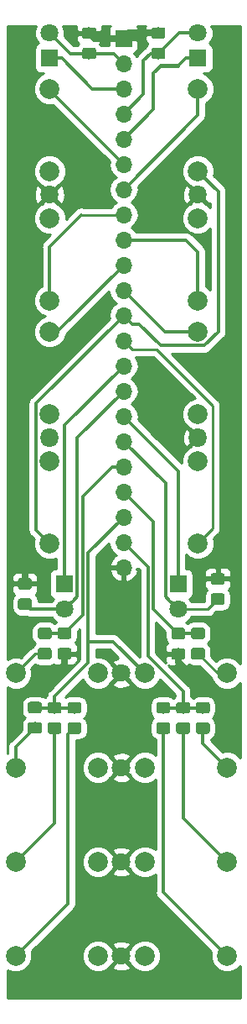
<source format=gbr>
%TF.GenerationSoftware,KiCad,Pcbnew,(5.0.1)-3*%
%TF.CreationDate,2020-04-22T20:28:29+01:00*%
%TF.ProjectId,Front,46726F6E742E6B696361645F70636200,rev?*%
%TF.SameCoordinates,Original*%
%TF.FileFunction,Copper,L2,Bot,Signal*%
%TF.FilePolarity,Positive*%
%FSLAX46Y46*%
G04 Gerber Fmt 4.6, Leading zero omitted, Abs format (unit mm)*
G04 Created by KiCad (PCBNEW (5.0.1)-3) date 22/04/2020 20:28:29*
%MOMM*%
%LPD*%
G01*
G04 APERTURE LIST*
%ADD10R,1.800000X1.800000*%
%ADD11C,1.800000*%
%ADD12C,2.000000*%
%ADD13R,1.700000X1.700000*%
%ADD14O,1.700000X1.700000*%
%ADD15C,0.400000*%
%ADD16C,1.150000*%
%ADD17C,0.800000*%
%ADD18C,0.650000*%
%ADD19C,0.350000*%
%ADD20C,0.300000*%
%ADD21C,0.250000*%
%ADD22C,0.254000*%
G04 APERTURE END LIST*
D10*
X30000000Y-24000000D03*
D11*
X30000000Y-21460000D03*
X45000000Y-21460000D03*
D10*
X45000000Y-24000000D03*
D11*
X31500000Y-79540000D03*
D10*
X31500000Y-77000000D03*
X43000000Y-77000000D03*
D11*
X43000000Y-79540000D03*
D12*
X30000000Y-35380000D03*
D11*
X30000000Y-37800000D03*
D12*
X30000000Y-27080000D03*
X30000000Y-48420000D03*
D11*
X30000000Y-37700000D03*
D12*
X30000000Y-40120000D03*
X30000000Y-59880000D03*
D11*
X30000000Y-62300000D03*
D12*
X30000000Y-51580000D03*
X30000000Y-72920000D03*
D11*
X30000000Y-62200000D03*
D12*
X30000000Y-64620000D03*
X45000000Y-35380000D03*
D11*
X45000000Y-37800000D03*
D12*
X45000000Y-27080000D03*
X45000000Y-40120000D03*
D11*
X45000000Y-37700000D03*
D12*
X45000000Y-48420000D03*
X45000000Y-51580000D03*
D11*
X45000000Y-62300000D03*
D12*
X45000000Y-59880000D03*
X45000000Y-64620000D03*
D11*
X45000000Y-62200000D03*
D12*
X45000000Y-72920000D03*
X26580000Y-86000000D03*
D11*
X37300000Y-86000000D03*
D12*
X34880000Y-86000000D03*
X26580000Y-95500000D03*
D11*
X37300000Y-95500000D03*
D12*
X34880000Y-95500000D03*
X26580000Y-105000000D03*
D11*
X37300000Y-105000000D03*
D12*
X34880000Y-105000000D03*
X26580000Y-114500000D03*
D11*
X37300000Y-114500000D03*
D12*
X34880000Y-114500000D03*
X39620000Y-86000000D03*
D11*
X37200000Y-86000000D03*
D12*
X47920000Y-86000000D03*
X39620000Y-95500000D03*
D11*
X37200000Y-95500000D03*
D12*
X47920000Y-95500000D03*
X47920000Y-105000000D03*
D11*
X37200000Y-105000000D03*
D12*
X39620000Y-105000000D03*
X39620000Y-114500000D03*
D11*
X37200000Y-114500000D03*
D12*
X47920000Y-114500000D03*
D13*
X37500000Y-22000000D03*
D14*
X37500000Y-24540000D03*
X37500000Y-27080000D03*
X37500000Y-29620000D03*
X37500000Y-32160000D03*
X37500000Y-34700000D03*
X37500000Y-37240000D03*
X37500000Y-39780000D03*
X37500000Y-42320000D03*
X37500000Y-44860000D03*
X37500000Y-47400000D03*
X37500000Y-49940000D03*
X37500000Y-52480000D03*
X37500000Y-55020000D03*
X37500000Y-57560000D03*
X37500000Y-60100000D03*
X37500000Y-62640000D03*
X37500000Y-65180000D03*
X37500000Y-67720000D03*
X37500000Y-70260000D03*
X37500000Y-72800000D03*
X37500000Y-75340000D03*
D15*
G36*
X34474505Y-22951204D02*
X34498773Y-22954804D01*
X34522572Y-22960765D01*
X34545671Y-22969030D01*
X34567850Y-22979520D01*
X34588893Y-22992132D01*
X34608599Y-23006747D01*
X34626777Y-23023223D01*
X34643253Y-23041401D01*
X34657868Y-23061107D01*
X34670480Y-23082150D01*
X34680970Y-23104329D01*
X34689235Y-23127428D01*
X34695196Y-23151227D01*
X34698796Y-23175495D01*
X34700000Y-23199999D01*
X34700000Y-23850001D01*
X34698796Y-23874505D01*
X34695196Y-23898773D01*
X34689235Y-23922572D01*
X34680970Y-23945671D01*
X34670480Y-23967850D01*
X34657868Y-23988893D01*
X34643253Y-24008599D01*
X34626777Y-24026777D01*
X34608599Y-24043253D01*
X34588893Y-24057868D01*
X34567850Y-24070480D01*
X34545671Y-24080970D01*
X34522572Y-24089235D01*
X34498773Y-24095196D01*
X34474505Y-24098796D01*
X34450001Y-24100000D01*
X33549999Y-24100000D01*
X33525495Y-24098796D01*
X33501227Y-24095196D01*
X33477428Y-24089235D01*
X33454329Y-24080970D01*
X33432150Y-24070480D01*
X33411107Y-24057868D01*
X33391401Y-24043253D01*
X33373223Y-24026777D01*
X33356747Y-24008599D01*
X33342132Y-23988893D01*
X33329520Y-23967850D01*
X33319030Y-23945671D01*
X33310765Y-23922572D01*
X33304804Y-23898773D01*
X33301204Y-23874505D01*
X33300000Y-23850001D01*
X33300000Y-23199999D01*
X33301204Y-23175495D01*
X33304804Y-23151227D01*
X33310765Y-23127428D01*
X33319030Y-23104329D01*
X33329520Y-23082150D01*
X33342132Y-23061107D01*
X33356747Y-23041401D01*
X33373223Y-23023223D01*
X33391401Y-23006747D01*
X33411107Y-22992132D01*
X33432150Y-22979520D01*
X33454329Y-22969030D01*
X33477428Y-22960765D01*
X33501227Y-22954804D01*
X33525495Y-22951204D01*
X33549999Y-22950000D01*
X34450001Y-22950000D01*
X34474505Y-22951204D01*
X34474505Y-22951204D01*
G37*
D16*
X34000000Y-23525000D03*
D15*
G36*
X34474505Y-20901204D02*
X34498773Y-20904804D01*
X34522572Y-20910765D01*
X34545671Y-20919030D01*
X34567850Y-20929520D01*
X34588893Y-20942132D01*
X34608599Y-20956747D01*
X34626777Y-20973223D01*
X34643253Y-20991401D01*
X34657868Y-21011107D01*
X34670480Y-21032150D01*
X34680970Y-21054329D01*
X34689235Y-21077428D01*
X34695196Y-21101227D01*
X34698796Y-21125495D01*
X34700000Y-21149999D01*
X34700000Y-21800001D01*
X34698796Y-21824505D01*
X34695196Y-21848773D01*
X34689235Y-21872572D01*
X34680970Y-21895671D01*
X34670480Y-21917850D01*
X34657868Y-21938893D01*
X34643253Y-21958599D01*
X34626777Y-21976777D01*
X34608599Y-21993253D01*
X34588893Y-22007868D01*
X34567850Y-22020480D01*
X34545671Y-22030970D01*
X34522572Y-22039235D01*
X34498773Y-22045196D01*
X34474505Y-22048796D01*
X34450001Y-22050000D01*
X33549999Y-22050000D01*
X33525495Y-22048796D01*
X33501227Y-22045196D01*
X33477428Y-22039235D01*
X33454329Y-22030970D01*
X33432150Y-22020480D01*
X33411107Y-22007868D01*
X33391401Y-21993253D01*
X33373223Y-21976777D01*
X33356747Y-21958599D01*
X33342132Y-21938893D01*
X33329520Y-21917850D01*
X33319030Y-21895671D01*
X33310765Y-21872572D01*
X33304804Y-21848773D01*
X33301204Y-21824505D01*
X33300000Y-21800001D01*
X33300000Y-21149999D01*
X33301204Y-21125495D01*
X33304804Y-21101227D01*
X33310765Y-21077428D01*
X33319030Y-21054329D01*
X33329520Y-21032150D01*
X33342132Y-21011107D01*
X33356747Y-20991401D01*
X33373223Y-20973223D01*
X33391401Y-20956747D01*
X33411107Y-20942132D01*
X33432150Y-20929520D01*
X33454329Y-20919030D01*
X33477428Y-20910765D01*
X33501227Y-20904804D01*
X33525495Y-20901204D01*
X33549999Y-20900000D01*
X34450001Y-20900000D01*
X34474505Y-20901204D01*
X34474505Y-20901204D01*
G37*
D16*
X34000000Y-21475000D03*
D15*
G36*
X41474505Y-20901204D02*
X41498773Y-20904804D01*
X41522572Y-20910765D01*
X41545671Y-20919030D01*
X41567850Y-20929520D01*
X41588893Y-20942132D01*
X41608599Y-20956747D01*
X41626777Y-20973223D01*
X41643253Y-20991401D01*
X41657868Y-21011107D01*
X41670480Y-21032150D01*
X41680970Y-21054329D01*
X41689235Y-21077428D01*
X41695196Y-21101227D01*
X41698796Y-21125495D01*
X41700000Y-21149999D01*
X41700000Y-21800001D01*
X41698796Y-21824505D01*
X41695196Y-21848773D01*
X41689235Y-21872572D01*
X41680970Y-21895671D01*
X41670480Y-21917850D01*
X41657868Y-21938893D01*
X41643253Y-21958599D01*
X41626777Y-21976777D01*
X41608599Y-21993253D01*
X41588893Y-22007868D01*
X41567850Y-22020480D01*
X41545671Y-22030970D01*
X41522572Y-22039235D01*
X41498773Y-22045196D01*
X41474505Y-22048796D01*
X41450001Y-22050000D01*
X40549999Y-22050000D01*
X40525495Y-22048796D01*
X40501227Y-22045196D01*
X40477428Y-22039235D01*
X40454329Y-22030970D01*
X40432150Y-22020480D01*
X40411107Y-22007868D01*
X40391401Y-21993253D01*
X40373223Y-21976777D01*
X40356747Y-21958599D01*
X40342132Y-21938893D01*
X40329520Y-21917850D01*
X40319030Y-21895671D01*
X40310765Y-21872572D01*
X40304804Y-21848773D01*
X40301204Y-21824505D01*
X40300000Y-21800001D01*
X40300000Y-21149999D01*
X40301204Y-21125495D01*
X40304804Y-21101227D01*
X40310765Y-21077428D01*
X40319030Y-21054329D01*
X40329520Y-21032150D01*
X40342132Y-21011107D01*
X40356747Y-20991401D01*
X40373223Y-20973223D01*
X40391401Y-20956747D01*
X40411107Y-20942132D01*
X40432150Y-20929520D01*
X40454329Y-20919030D01*
X40477428Y-20910765D01*
X40501227Y-20904804D01*
X40525495Y-20901204D01*
X40549999Y-20900000D01*
X41450001Y-20900000D01*
X41474505Y-20901204D01*
X41474505Y-20901204D01*
G37*
D16*
X41000000Y-21475000D03*
D15*
G36*
X41474505Y-22951204D02*
X41498773Y-22954804D01*
X41522572Y-22960765D01*
X41545671Y-22969030D01*
X41567850Y-22979520D01*
X41588893Y-22992132D01*
X41608599Y-23006747D01*
X41626777Y-23023223D01*
X41643253Y-23041401D01*
X41657868Y-23061107D01*
X41670480Y-23082150D01*
X41680970Y-23104329D01*
X41689235Y-23127428D01*
X41695196Y-23151227D01*
X41698796Y-23175495D01*
X41700000Y-23199999D01*
X41700000Y-23850001D01*
X41698796Y-23874505D01*
X41695196Y-23898773D01*
X41689235Y-23922572D01*
X41680970Y-23945671D01*
X41670480Y-23967850D01*
X41657868Y-23988893D01*
X41643253Y-24008599D01*
X41626777Y-24026777D01*
X41608599Y-24043253D01*
X41588893Y-24057868D01*
X41567850Y-24070480D01*
X41545671Y-24080970D01*
X41522572Y-24089235D01*
X41498773Y-24095196D01*
X41474505Y-24098796D01*
X41450001Y-24100000D01*
X40549999Y-24100000D01*
X40525495Y-24098796D01*
X40501227Y-24095196D01*
X40477428Y-24089235D01*
X40454329Y-24080970D01*
X40432150Y-24070480D01*
X40411107Y-24057868D01*
X40391401Y-24043253D01*
X40373223Y-24026777D01*
X40356747Y-24008599D01*
X40342132Y-23988893D01*
X40329520Y-23967850D01*
X40319030Y-23945671D01*
X40310765Y-23922572D01*
X40304804Y-23898773D01*
X40301204Y-23874505D01*
X40300000Y-23850001D01*
X40300000Y-23199999D01*
X40301204Y-23175495D01*
X40304804Y-23151227D01*
X40310765Y-23127428D01*
X40319030Y-23104329D01*
X40329520Y-23082150D01*
X40342132Y-23061107D01*
X40356747Y-23041401D01*
X40373223Y-23023223D01*
X40391401Y-23006747D01*
X40411107Y-22992132D01*
X40432150Y-22979520D01*
X40454329Y-22969030D01*
X40477428Y-22960765D01*
X40501227Y-22954804D01*
X40525495Y-22951204D01*
X40549999Y-22950000D01*
X41450001Y-22950000D01*
X41474505Y-22951204D01*
X41474505Y-22951204D01*
G37*
D16*
X41000000Y-23525000D03*
D15*
G36*
X28974505Y-88876204D02*
X28998773Y-88879804D01*
X29022572Y-88885765D01*
X29045671Y-88894030D01*
X29067850Y-88904520D01*
X29088893Y-88917132D01*
X29108599Y-88931747D01*
X29126777Y-88948223D01*
X29143253Y-88966401D01*
X29157868Y-88986107D01*
X29170480Y-89007150D01*
X29180970Y-89029329D01*
X29189235Y-89052428D01*
X29195196Y-89076227D01*
X29198796Y-89100495D01*
X29200000Y-89124999D01*
X29200000Y-89775001D01*
X29198796Y-89799505D01*
X29195196Y-89823773D01*
X29189235Y-89847572D01*
X29180970Y-89870671D01*
X29170480Y-89892850D01*
X29157868Y-89913893D01*
X29143253Y-89933599D01*
X29126777Y-89951777D01*
X29108599Y-89968253D01*
X29088893Y-89982868D01*
X29067850Y-89995480D01*
X29045671Y-90005970D01*
X29022572Y-90014235D01*
X28998773Y-90020196D01*
X28974505Y-90023796D01*
X28950001Y-90025000D01*
X28049999Y-90025000D01*
X28025495Y-90023796D01*
X28001227Y-90020196D01*
X27977428Y-90014235D01*
X27954329Y-90005970D01*
X27932150Y-89995480D01*
X27911107Y-89982868D01*
X27891401Y-89968253D01*
X27873223Y-89951777D01*
X27856747Y-89933599D01*
X27842132Y-89913893D01*
X27829520Y-89892850D01*
X27819030Y-89870671D01*
X27810765Y-89847572D01*
X27804804Y-89823773D01*
X27801204Y-89799505D01*
X27800000Y-89775001D01*
X27800000Y-89124999D01*
X27801204Y-89100495D01*
X27804804Y-89076227D01*
X27810765Y-89052428D01*
X27819030Y-89029329D01*
X27829520Y-89007150D01*
X27842132Y-88986107D01*
X27856747Y-88966401D01*
X27873223Y-88948223D01*
X27891401Y-88931747D01*
X27911107Y-88917132D01*
X27932150Y-88904520D01*
X27954329Y-88894030D01*
X27977428Y-88885765D01*
X28001227Y-88879804D01*
X28025495Y-88876204D01*
X28049999Y-88875000D01*
X28950001Y-88875000D01*
X28974505Y-88876204D01*
X28974505Y-88876204D01*
G37*
D16*
X28500000Y-89450000D03*
D15*
G36*
X28974505Y-90926204D02*
X28998773Y-90929804D01*
X29022572Y-90935765D01*
X29045671Y-90944030D01*
X29067850Y-90954520D01*
X29088893Y-90967132D01*
X29108599Y-90981747D01*
X29126777Y-90998223D01*
X29143253Y-91016401D01*
X29157868Y-91036107D01*
X29170480Y-91057150D01*
X29180970Y-91079329D01*
X29189235Y-91102428D01*
X29195196Y-91126227D01*
X29198796Y-91150495D01*
X29200000Y-91174999D01*
X29200000Y-91825001D01*
X29198796Y-91849505D01*
X29195196Y-91873773D01*
X29189235Y-91897572D01*
X29180970Y-91920671D01*
X29170480Y-91942850D01*
X29157868Y-91963893D01*
X29143253Y-91983599D01*
X29126777Y-92001777D01*
X29108599Y-92018253D01*
X29088893Y-92032868D01*
X29067850Y-92045480D01*
X29045671Y-92055970D01*
X29022572Y-92064235D01*
X28998773Y-92070196D01*
X28974505Y-92073796D01*
X28950001Y-92075000D01*
X28049999Y-92075000D01*
X28025495Y-92073796D01*
X28001227Y-92070196D01*
X27977428Y-92064235D01*
X27954329Y-92055970D01*
X27932150Y-92045480D01*
X27911107Y-92032868D01*
X27891401Y-92018253D01*
X27873223Y-92001777D01*
X27856747Y-91983599D01*
X27842132Y-91963893D01*
X27829520Y-91942850D01*
X27819030Y-91920671D01*
X27810765Y-91897572D01*
X27804804Y-91873773D01*
X27801204Y-91849505D01*
X27800000Y-91825001D01*
X27800000Y-91174999D01*
X27801204Y-91150495D01*
X27804804Y-91126227D01*
X27810765Y-91102428D01*
X27819030Y-91079329D01*
X27829520Y-91057150D01*
X27842132Y-91036107D01*
X27856747Y-91016401D01*
X27873223Y-90998223D01*
X27891401Y-90981747D01*
X27911107Y-90967132D01*
X27932150Y-90954520D01*
X27954329Y-90944030D01*
X27977428Y-90935765D01*
X28001227Y-90929804D01*
X28025495Y-90926204D01*
X28049999Y-90925000D01*
X28950001Y-90925000D01*
X28974505Y-90926204D01*
X28974505Y-90926204D01*
G37*
D16*
X28500000Y-91500000D03*
D15*
G36*
X30974505Y-90951204D02*
X30998773Y-90954804D01*
X31022572Y-90960765D01*
X31045671Y-90969030D01*
X31067850Y-90979520D01*
X31088893Y-90992132D01*
X31108599Y-91006747D01*
X31126777Y-91023223D01*
X31143253Y-91041401D01*
X31157868Y-91061107D01*
X31170480Y-91082150D01*
X31180970Y-91104329D01*
X31189235Y-91127428D01*
X31195196Y-91151227D01*
X31198796Y-91175495D01*
X31200000Y-91199999D01*
X31200000Y-91850001D01*
X31198796Y-91874505D01*
X31195196Y-91898773D01*
X31189235Y-91922572D01*
X31180970Y-91945671D01*
X31170480Y-91967850D01*
X31157868Y-91988893D01*
X31143253Y-92008599D01*
X31126777Y-92026777D01*
X31108599Y-92043253D01*
X31088893Y-92057868D01*
X31067850Y-92070480D01*
X31045671Y-92080970D01*
X31022572Y-92089235D01*
X30998773Y-92095196D01*
X30974505Y-92098796D01*
X30950001Y-92100000D01*
X30049999Y-92100000D01*
X30025495Y-92098796D01*
X30001227Y-92095196D01*
X29977428Y-92089235D01*
X29954329Y-92080970D01*
X29932150Y-92070480D01*
X29911107Y-92057868D01*
X29891401Y-92043253D01*
X29873223Y-92026777D01*
X29856747Y-92008599D01*
X29842132Y-91988893D01*
X29829520Y-91967850D01*
X29819030Y-91945671D01*
X29810765Y-91922572D01*
X29804804Y-91898773D01*
X29801204Y-91874505D01*
X29800000Y-91850001D01*
X29800000Y-91199999D01*
X29801204Y-91175495D01*
X29804804Y-91151227D01*
X29810765Y-91127428D01*
X29819030Y-91104329D01*
X29829520Y-91082150D01*
X29842132Y-91061107D01*
X29856747Y-91041401D01*
X29873223Y-91023223D01*
X29891401Y-91006747D01*
X29911107Y-90992132D01*
X29932150Y-90979520D01*
X29954329Y-90969030D01*
X29977428Y-90960765D01*
X30001227Y-90954804D01*
X30025495Y-90951204D01*
X30049999Y-90950000D01*
X30950001Y-90950000D01*
X30974505Y-90951204D01*
X30974505Y-90951204D01*
G37*
D16*
X30500000Y-91525000D03*
D15*
G36*
X30974505Y-88901204D02*
X30998773Y-88904804D01*
X31022572Y-88910765D01*
X31045671Y-88919030D01*
X31067850Y-88929520D01*
X31088893Y-88942132D01*
X31108599Y-88956747D01*
X31126777Y-88973223D01*
X31143253Y-88991401D01*
X31157868Y-89011107D01*
X31170480Y-89032150D01*
X31180970Y-89054329D01*
X31189235Y-89077428D01*
X31195196Y-89101227D01*
X31198796Y-89125495D01*
X31200000Y-89149999D01*
X31200000Y-89800001D01*
X31198796Y-89824505D01*
X31195196Y-89848773D01*
X31189235Y-89872572D01*
X31180970Y-89895671D01*
X31170480Y-89917850D01*
X31157868Y-89938893D01*
X31143253Y-89958599D01*
X31126777Y-89976777D01*
X31108599Y-89993253D01*
X31088893Y-90007868D01*
X31067850Y-90020480D01*
X31045671Y-90030970D01*
X31022572Y-90039235D01*
X30998773Y-90045196D01*
X30974505Y-90048796D01*
X30950001Y-90050000D01*
X30049999Y-90050000D01*
X30025495Y-90048796D01*
X30001227Y-90045196D01*
X29977428Y-90039235D01*
X29954329Y-90030970D01*
X29932150Y-90020480D01*
X29911107Y-90007868D01*
X29891401Y-89993253D01*
X29873223Y-89976777D01*
X29856747Y-89958599D01*
X29842132Y-89938893D01*
X29829520Y-89917850D01*
X29819030Y-89895671D01*
X29810765Y-89872572D01*
X29804804Y-89848773D01*
X29801204Y-89824505D01*
X29800000Y-89800001D01*
X29800000Y-89149999D01*
X29801204Y-89125495D01*
X29804804Y-89101227D01*
X29810765Y-89077428D01*
X29819030Y-89054329D01*
X29829520Y-89032150D01*
X29842132Y-89011107D01*
X29856747Y-88991401D01*
X29873223Y-88973223D01*
X29891401Y-88956747D01*
X29911107Y-88942132D01*
X29932150Y-88929520D01*
X29954329Y-88919030D01*
X29977428Y-88910765D01*
X30001227Y-88904804D01*
X30025495Y-88901204D01*
X30049999Y-88900000D01*
X30950001Y-88900000D01*
X30974505Y-88901204D01*
X30974505Y-88901204D01*
G37*
D16*
X30500000Y-89475000D03*
D15*
G36*
X32974505Y-88901204D02*
X32998773Y-88904804D01*
X33022572Y-88910765D01*
X33045671Y-88919030D01*
X33067850Y-88929520D01*
X33088893Y-88942132D01*
X33108599Y-88956747D01*
X33126777Y-88973223D01*
X33143253Y-88991401D01*
X33157868Y-89011107D01*
X33170480Y-89032150D01*
X33180970Y-89054329D01*
X33189235Y-89077428D01*
X33195196Y-89101227D01*
X33198796Y-89125495D01*
X33200000Y-89149999D01*
X33200000Y-89800001D01*
X33198796Y-89824505D01*
X33195196Y-89848773D01*
X33189235Y-89872572D01*
X33180970Y-89895671D01*
X33170480Y-89917850D01*
X33157868Y-89938893D01*
X33143253Y-89958599D01*
X33126777Y-89976777D01*
X33108599Y-89993253D01*
X33088893Y-90007868D01*
X33067850Y-90020480D01*
X33045671Y-90030970D01*
X33022572Y-90039235D01*
X32998773Y-90045196D01*
X32974505Y-90048796D01*
X32950001Y-90050000D01*
X32049999Y-90050000D01*
X32025495Y-90048796D01*
X32001227Y-90045196D01*
X31977428Y-90039235D01*
X31954329Y-90030970D01*
X31932150Y-90020480D01*
X31911107Y-90007868D01*
X31891401Y-89993253D01*
X31873223Y-89976777D01*
X31856747Y-89958599D01*
X31842132Y-89938893D01*
X31829520Y-89917850D01*
X31819030Y-89895671D01*
X31810765Y-89872572D01*
X31804804Y-89848773D01*
X31801204Y-89824505D01*
X31800000Y-89800001D01*
X31800000Y-89149999D01*
X31801204Y-89125495D01*
X31804804Y-89101227D01*
X31810765Y-89077428D01*
X31819030Y-89054329D01*
X31829520Y-89032150D01*
X31842132Y-89011107D01*
X31856747Y-88991401D01*
X31873223Y-88973223D01*
X31891401Y-88956747D01*
X31911107Y-88942132D01*
X31932150Y-88929520D01*
X31954329Y-88919030D01*
X31977428Y-88910765D01*
X32001227Y-88904804D01*
X32025495Y-88901204D01*
X32049999Y-88900000D01*
X32950001Y-88900000D01*
X32974505Y-88901204D01*
X32974505Y-88901204D01*
G37*
D16*
X32500000Y-89475000D03*
D15*
G36*
X32974505Y-90951204D02*
X32998773Y-90954804D01*
X33022572Y-90960765D01*
X33045671Y-90969030D01*
X33067850Y-90979520D01*
X33088893Y-90992132D01*
X33108599Y-91006747D01*
X33126777Y-91023223D01*
X33143253Y-91041401D01*
X33157868Y-91061107D01*
X33170480Y-91082150D01*
X33180970Y-91104329D01*
X33189235Y-91127428D01*
X33195196Y-91151227D01*
X33198796Y-91175495D01*
X33200000Y-91199999D01*
X33200000Y-91850001D01*
X33198796Y-91874505D01*
X33195196Y-91898773D01*
X33189235Y-91922572D01*
X33180970Y-91945671D01*
X33170480Y-91967850D01*
X33157868Y-91988893D01*
X33143253Y-92008599D01*
X33126777Y-92026777D01*
X33108599Y-92043253D01*
X33088893Y-92057868D01*
X33067850Y-92070480D01*
X33045671Y-92080970D01*
X33022572Y-92089235D01*
X32998773Y-92095196D01*
X32974505Y-92098796D01*
X32950001Y-92100000D01*
X32049999Y-92100000D01*
X32025495Y-92098796D01*
X32001227Y-92095196D01*
X31977428Y-92089235D01*
X31954329Y-92080970D01*
X31932150Y-92070480D01*
X31911107Y-92057868D01*
X31891401Y-92043253D01*
X31873223Y-92026777D01*
X31856747Y-92008599D01*
X31842132Y-91988893D01*
X31829520Y-91967850D01*
X31819030Y-91945671D01*
X31810765Y-91922572D01*
X31804804Y-91898773D01*
X31801204Y-91874505D01*
X31800000Y-91850001D01*
X31800000Y-91199999D01*
X31801204Y-91175495D01*
X31804804Y-91151227D01*
X31810765Y-91127428D01*
X31819030Y-91104329D01*
X31829520Y-91082150D01*
X31842132Y-91061107D01*
X31856747Y-91041401D01*
X31873223Y-91023223D01*
X31891401Y-91006747D01*
X31911107Y-90992132D01*
X31932150Y-90979520D01*
X31954329Y-90969030D01*
X31977428Y-90960765D01*
X32001227Y-90954804D01*
X32025495Y-90951204D01*
X32049999Y-90950000D01*
X32950001Y-90950000D01*
X32974505Y-90951204D01*
X32974505Y-90951204D01*
G37*
D16*
X32500000Y-91525000D03*
D15*
G36*
X27974505Y-78451204D02*
X27998773Y-78454804D01*
X28022572Y-78460765D01*
X28045671Y-78469030D01*
X28067850Y-78479520D01*
X28088893Y-78492132D01*
X28108599Y-78506747D01*
X28126777Y-78523223D01*
X28143253Y-78541401D01*
X28157868Y-78561107D01*
X28170480Y-78582150D01*
X28180970Y-78604329D01*
X28189235Y-78627428D01*
X28195196Y-78651227D01*
X28198796Y-78675495D01*
X28200000Y-78699999D01*
X28200000Y-79350001D01*
X28198796Y-79374505D01*
X28195196Y-79398773D01*
X28189235Y-79422572D01*
X28180970Y-79445671D01*
X28170480Y-79467850D01*
X28157868Y-79488893D01*
X28143253Y-79508599D01*
X28126777Y-79526777D01*
X28108599Y-79543253D01*
X28088893Y-79557868D01*
X28067850Y-79570480D01*
X28045671Y-79580970D01*
X28022572Y-79589235D01*
X27998773Y-79595196D01*
X27974505Y-79598796D01*
X27950001Y-79600000D01*
X27049999Y-79600000D01*
X27025495Y-79598796D01*
X27001227Y-79595196D01*
X26977428Y-79589235D01*
X26954329Y-79580970D01*
X26932150Y-79570480D01*
X26911107Y-79557868D01*
X26891401Y-79543253D01*
X26873223Y-79526777D01*
X26856747Y-79508599D01*
X26842132Y-79488893D01*
X26829520Y-79467850D01*
X26819030Y-79445671D01*
X26810765Y-79422572D01*
X26804804Y-79398773D01*
X26801204Y-79374505D01*
X26800000Y-79350001D01*
X26800000Y-78699999D01*
X26801204Y-78675495D01*
X26804804Y-78651227D01*
X26810765Y-78627428D01*
X26819030Y-78604329D01*
X26829520Y-78582150D01*
X26842132Y-78561107D01*
X26856747Y-78541401D01*
X26873223Y-78523223D01*
X26891401Y-78506747D01*
X26911107Y-78492132D01*
X26932150Y-78479520D01*
X26954329Y-78469030D01*
X26977428Y-78460765D01*
X27001227Y-78454804D01*
X27025495Y-78451204D01*
X27049999Y-78450000D01*
X27950001Y-78450000D01*
X27974505Y-78451204D01*
X27974505Y-78451204D01*
G37*
D16*
X27500000Y-79025000D03*
D15*
G36*
X27974505Y-76401204D02*
X27998773Y-76404804D01*
X28022572Y-76410765D01*
X28045671Y-76419030D01*
X28067850Y-76429520D01*
X28088893Y-76442132D01*
X28108599Y-76456747D01*
X28126777Y-76473223D01*
X28143253Y-76491401D01*
X28157868Y-76511107D01*
X28170480Y-76532150D01*
X28180970Y-76554329D01*
X28189235Y-76577428D01*
X28195196Y-76601227D01*
X28198796Y-76625495D01*
X28200000Y-76649999D01*
X28200000Y-77300001D01*
X28198796Y-77324505D01*
X28195196Y-77348773D01*
X28189235Y-77372572D01*
X28180970Y-77395671D01*
X28170480Y-77417850D01*
X28157868Y-77438893D01*
X28143253Y-77458599D01*
X28126777Y-77476777D01*
X28108599Y-77493253D01*
X28088893Y-77507868D01*
X28067850Y-77520480D01*
X28045671Y-77530970D01*
X28022572Y-77539235D01*
X27998773Y-77545196D01*
X27974505Y-77548796D01*
X27950001Y-77550000D01*
X27049999Y-77550000D01*
X27025495Y-77548796D01*
X27001227Y-77545196D01*
X26977428Y-77539235D01*
X26954329Y-77530970D01*
X26932150Y-77520480D01*
X26911107Y-77507868D01*
X26891401Y-77493253D01*
X26873223Y-77476777D01*
X26856747Y-77458599D01*
X26842132Y-77438893D01*
X26829520Y-77417850D01*
X26819030Y-77395671D01*
X26810765Y-77372572D01*
X26804804Y-77348773D01*
X26801204Y-77324505D01*
X26800000Y-77300001D01*
X26800000Y-76649999D01*
X26801204Y-76625495D01*
X26804804Y-76601227D01*
X26810765Y-76577428D01*
X26819030Y-76554329D01*
X26829520Y-76532150D01*
X26842132Y-76511107D01*
X26856747Y-76491401D01*
X26873223Y-76473223D01*
X26891401Y-76456747D01*
X26911107Y-76442132D01*
X26932150Y-76429520D01*
X26954329Y-76419030D01*
X26977428Y-76410765D01*
X27001227Y-76404804D01*
X27025495Y-76401204D01*
X27049999Y-76400000D01*
X27950001Y-76400000D01*
X27974505Y-76401204D01*
X27974505Y-76401204D01*
G37*
D16*
X27500000Y-76975000D03*
D15*
G36*
X29974505Y-83451204D02*
X29998773Y-83454804D01*
X30022572Y-83460765D01*
X30045671Y-83469030D01*
X30067850Y-83479520D01*
X30088893Y-83492132D01*
X30108599Y-83506747D01*
X30126777Y-83523223D01*
X30143253Y-83541401D01*
X30157868Y-83561107D01*
X30170480Y-83582150D01*
X30180970Y-83604329D01*
X30189235Y-83627428D01*
X30195196Y-83651227D01*
X30198796Y-83675495D01*
X30200000Y-83699999D01*
X30200000Y-84350001D01*
X30198796Y-84374505D01*
X30195196Y-84398773D01*
X30189235Y-84422572D01*
X30180970Y-84445671D01*
X30170480Y-84467850D01*
X30157868Y-84488893D01*
X30143253Y-84508599D01*
X30126777Y-84526777D01*
X30108599Y-84543253D01*
X30088893Y-84557868D01*
X30067850Y-84570480D01*
X30045671Y-84580970D01*
X30022572Y-84589235D01*
X29998773Y-84595196D01*
X29974505Y-84598796D01*
X29950001Y-84600000D01*
X29049999Y-84600000D01*
X29025495Y-84598796D01*
X29001227Y-84595196D01*
X28977428Y-84589235D01*
X28954329Y-84580970D01*
X28932150Y-84570480D01*
X28911107Y-84557868D01*
X28891401Y-84543253D01*
X28873223Y-84526777D01*
X28856747Y-84508599D01*
X28842132Y-84488893D01*
X28829520Y-84467850D01*
X28819030Y-84445671D01*
X28810765Y-84422572D01*
X28804804Y-84398773D01*
X28801204Y-84374505D01*
X28800000Y-84350001D01*
X28800000Y-83699999D01*
X28801204Y-83675495D01*
X28804804Y-83651227D01*
X28810765Y-83627428D01*
X28819030Y-83604329D01*
X28829520Y-83582150D01*
X28842132Y-83561107D01*
X28856747Y-83541401D01*
X28873223Y-83523223D01*
X28891401Y-83506747D01*
X28911107Y-83492132D01*
X28932150Y-83479520D01*
X28954329Y-83469030D01*
X28977428Y-83460765D01*
X29001227Y-83454804D01*
X29025495Y-83451204D01*
X29049999Y-83450000D01*
X29950001Y-83450000D01*
X29974505Y-83451204D01*
X29974505Y-83451204D01*
G37*
D16*
X29500000Y-84025000D03*
D15*
G36*
X29974505Y-81401204D02*
X29998773Y-81404804D01*
X30022572Y-81410765D01*
X30045671Y-81419030D01*
X30067850Y-81429520D01*
X30088893Y-81442132D01*
X30108599Y-81456747D01*
X30126777Y-81473223D01*
X30143253Y-81491401D01*
X30157868Y-81511107D01*
X30170480Y-81532150D01*
X30180970Y-81554329D01*
X30189235Y-81577428D01*
X30195196Y-81601227D01*
X30198796Y-81625495D01*
X30200000Y-81649999D01*
X30200000Y-82300001D01*
X30198796Y-82324505D01*
X30195196Y-82348773D01*
X30189235Y-82372572D01*
X30180970Y-82395671D01*
X30170480Y-82417850D01*
X30157868Y-82438893D01*
X30143253Y-82458599D01*
X30126777Y-82476777D01*
X30108599Y-82493253D01*
X30088893Y-82507868D01*
X30067850Y-82520480D01*
X30045671Y-82530970D01*
X30022572Y-82539235D01*
X29998773Y-82545196D01*
X29974505Y-82548796D01*
X29950001Y-82550000D01*
X29049999Y-82550000D01*
X29025495Y-82548796D01*
X29001227Y-82545196D01*
X28977428Y-82539235D01*
X28954329Y-82530970D01*
X28932150Y-82520480D01*
X28911107Y-82507868D01*
X28891401Y-82493253D01*
X28873223Y-82476777D01*
X28856747Y-82458599D01*
X28842132Y-82438893D01*
X28829520Y-82417850D01*
X28819030Y-82395671D01*
X28810765Y-82372572D01*
X28804804Y-82348773D01*
X28801204Y-82324505D01*
X28800000Y-82300001D01*
X28800000Y-81649999D01*
X28801204Y-81625495D01*
X28804804Y-81601227D01*
X28810765Y-81577428D01*
X28819030Y-81554329D01*
X28829520Y-81532150D01*
X28842132Y-81511107D01*
X28856747Y-81491401D01*
X28873223Y-81473223D01*
X28891401Y-81456747D01*
X28911107Y-81442132D01*
X28932150Y-81429520D01*
X28954329Y-81419030D01*
X28977428Y-81410765D01*
X29001227Y-81404804D01*
X29025495Y-81401204D01*
X29049999Y-81400000D01*
X29950001Y-81400000D01*
X29974505Y-81401204D01*
X29974505Y-81401204D01*
G37*
D16*
X29500000Y-81975000D03*
D15*
G36*
X31974505Y-81401204D02*
X31998773Y-81404804D01*
X32022572Y-81410765D01*
X32045671Y-81419030D01*
X32067850Y-81429520D01*
X32088893Y-81442132D01*
X32108599Y-81456747D01*
X32126777Y-81473223D01*
X32143253Y-81491401D01*
X32157868Y-81511107D01*
X32170480Y-81532150D01*
X32180970Y-81554329D01*
X32189235Y-81577428D01*
X32195196Y-81601227D01*
X32198796Y-81625495D01*
X32200000Y-81649999D01*
X32200000Y-82300001D01*
X32198796Y-82324505D01*
X32195196Y-82348773D01*
X32189235Y-82372572D01*
X32180970Y-82395671D01*
X32170480Y-82417850D01*
X32157868Y-82438893D01*
X32143253Y-82458599D01*
X32126777Y-82476777D01*
X32108599Y-82493253D01*
X32088893Y-82507868D01*
X32067850Y-82520480D01*
X32045671Y-82530970D01*
X32022572Y-82539235D01*
X31998773Y-82545196D01*
X31974505Y-82548796D01*
X31950001Y-82550000D01*
X31049999Y-82550000D01*
X31025495Y-82548796D01*
X31001227Y-82545196D01*
X30977428Y-82539235D01*
X30954329Y-82530970D01*
X30932150Y-82520480D01*
X30911107Y-82507868D01*
X30891401Y-82493253D01*
X30873223Y-82476777D01*
X30856747Y-82458599D01*
X30842132Y-82438893D01*
X30829520Y-82417850D01*
X30819030Y-82395671D01*
X30810765Y-82372572D01*
X30804804Y-82348773D01*
X30801204Y-82324505D01*
X30800000Y-82300001D01*
X30800000Y-81649999D01*
X30801204Y-81625495D01*
X30804804Y-81601227D01*
X30810765Y-81577428D01*
X30819030Y-81554329D01*
X30829520Y-81532150D01*
X30842132Y-81511107D01*
X30856747Y-81491401D01*
X30873223Y-81473223D01*
X30891401Y-81456747D01*
X30911107Y-81442132D01*
X30932150Y-81429520D01*
X30954329Y-81419030D01*
X30977428Y-81410765D01*
X31001227Y-81404804D01*
X31025495Y-81401204D01*
X31049999Y-81400000D01*
X31950001Y-81400000D01*
X31974505Y-81401204D01*
X31974505Y-81401204D01*
G37*
D16*
X31500000Y-81975000D03*
D15*
G36*
X31974505Y-83451204D02*
X31998773Y-83454804D01*
X32022572Y-83460765D01*
X32045671Y-83469030D01*
X32067850Y-83479520D01*
X32088893Y-83492132D01*
X32108599Y-83506747D01*
X32126777Y-83523223D01*
X32143253Y-83541401D01*
X32157868Y-83561107D01*
X32170480Y-83582150D01*
X32180970Y-83604329D01*
X32189235Y-83627428D01*
X32195196Y-83651227D01*
X32198796Y-83675495D01*
X32200000Y-83699999D01*
X32200000Y-84350001D01*
X32198796Y-84374505D01*
X32195196Y-84398773D01*
X32189235Y-84422572D01*
X32180970Y-84445671D01*
X32170480Y-84467850D01*
X32157868Y-84488893D01*
X32143253Y-84508599D01*
X32126777Y-84526777D01*
X32108599Y-84543253D01*
X32088893Y-84557868D01*
X32067850Y-84570480D01*
X32045671Y-84580970D01*
X32022572Y-84589235D01*
X31998773Y-84595196D01*
X31974505Y-84598796D01*
X31950001Y-84600000D01*
X31049999Y-84600000D01*
X31025495Y-84598796D01*
X31001227Y-84595196D01*
X30977428Y-84589235D01*
X30954329Y-84580970D01*
X30932150Y-84570480D01*
X30911107Y-84557868D01*
X30891401Y-84543253D01*
X30873223Y-84526777D01*
X30856747Y-84508599D01*
X30842132Y-84488893D01*
X30829520Y-84467850D01*
X30819030Y-84445671D01*
X30810765Y-84422572D01*
X30804804Y-84398773D01*
X30801204Y-84374505D01*
X30800000Y-84350001D01*
X30800000Y-83699999D01*
X30801204Y-83675495D01*
X30804804Y-83651227D01*
X30810765Y-83627428D01*
X30819030Y-83604329D01*
X30829520Y-83582150D01*
X30842132Y-83561107D01*
X30856747Y-83541401D01*
X30873223Y-83523223D01*
X30891401Y-83506747D01*
X30911107Y-83492132D01*
X30932150Y-83479520D01*
X30954329Y-83469030D01*
X30977428Y-83460765D01*
X31001227Y-83454804D01*
X31025495Y-83451204D01*
X31049999Y-83450000D01*
X31950001Y-83450000D01*
X31974505Y-83451204D01*
X31974505Y-83451204D01*
G37*
D16*
X31500000Y-84025000D03*
D15*
G36*
X45974505Y-90951204D02*
X45998773Y-90954804D01*
X46022572Y-90960765D01*
X46045671Y-90969030D01*
X46067850Y-90979520D01*
X46088893Y-90992132D01*
X46108599Y-91006747D01*
X46126777Y-91023223D01*
X46143253Y-91041401D01*
X46157868Y-91061107D01*
X46170480Y-91082150D01*
X46180970Y-91104329D01*
X46189235Y-91127428D01*
X46195196Y-91151227D01*
X46198796Y-91175495D01*
X46200000Y-91199999D01*
X46200000Y-91850001D01*
X46198796Y-91874505D01*
X46195196Y-91898773D01*
X46189235Y-91922572D01*
X46180970Y-91945671D01*
X46170480Y-91967850D01*
X46157868Y-91988893D01*
X46143253Y-92008599D01*
X46126777Y-92026777D01*
X46108599Y-92043253D01*
X46088893Y-92057868D01*
X46067850Y-92070480D01*
X46045671Y-92080970D01*
X46022572Y-92089235D01*
X45998773Y-92095196D01*
X45974505Y-92098796D01*
X45950001Y-92100000D01*
X45049999Y-92100000D01*
X45025495Y-92098796D01*
X45001227Y-92095196D01*
X44977428Y-92089235D01*
X44954329Y-92080970D01*
X44932150Y-92070480D01*
X44911107Y-92057868D01*
X44891401Y-92043253D01*
X44873223Y-92026777D01*
X44856747Y-92008599D01*
X44842132Y-91988893D01*
X44829520Y-91967850D01*
X44819030Y-91945671D01*
X44810765Y-91922572D01*
X44804804Y-91898773D01*
X44801204Y-91874505D01*
X44800000Y-91850001D01*
X44800000Y-91199999D01*
X44801204Y-91175495D01*
X44804804Y-91151227D01*
X44810765Y-91127428D01*
X44819030Y-91104329D01*
X44829520Y-91082150D01*
X44842132Y-91061107D01*
X44856747Y-91041401D01*
X44873223Y-91023223D01*
X44891401Y-91006747D01*
X44911107Y-90992132D01*
X44932150Y-90979520D01*
X44954329Y-90969030D01*
X44977428Y-90960765D01*
X45001227Y-90954804D01*
X45025495Y-90951204D01*
X45049999Y-90950000D01*
X45950001Y-90950000D01*
X45974505Y-90951204D01*
X45974505Y-90951204D01*
G37*
D16*
X45500000Y-91525000D03*
D15*
G36*
X45974505Y-88901204D02*
X45998773Y-88904804D01*
X46022572Y-88910765D01*
X46045671Y-88919030D01*
X46067850Y-88929520D01*
X46088893Y-88942132D01*
X46108599Y-88956747D01*
X46126777Y-88973223D01*
X46143253Y-88991401D01*
X46157868Y-89011107D01*
X46170480Y-89032150D01*
X46180970Y-89054329D01*
X46189235Y-89077428D01*
X46195196Y-89101227D01*
X46198796Y-89125495D01*
X46200000Y-89149999D01*
X46200000Y-89800001D01*
X46198796Y-89824505D01*
X46195196Y-89848773D01*
X46189235Y-89872572D01*
X46180970Y-89895671D01*
X46170480Y-89917850D01*
X46157868Y-89938893D01*
X46143253Y-89958599D01*
X46126777Y-89976777D01*
X46108599Y-89993253D01*
X46088893Y-90007868D01*
X46067850Y-90020480D01*
X46045671Y-90030970D01*
X46022572Y-90039235D01*
X45998773Y-90045196D01*
X45974505Y-90048796D01*
X45950001Y-90050000D01*
X45049999Y-90050000D01*
X45025495Y-90048796D01*
X45001227Y-90045196D01*
X44977428Y-90039235D01*
X44954329Y-90030970D01*
X44932150Y-90020480D01*
X44911107Y-90007868D01*
X44891401Y-89993253D01*
X44873223Y-89976777D01*
X44856747Y-89958599D01*
X44842132Y-89938893D01*
X44829520Y-89917850D01*
X44819030Y-89895671D01*
X44810765Y-89872572D01*
X44804804Y-89848773D01*
X44801204Y-89824505D01*
X44800000Y-89800001D01*
X44800000Y-89149999D01*
X44801204Y-89125495D01*
X44804804Y-89101227D01*
X44810765Y-89077428D01*
X44819030Y-89054329D01*
X44829520Y-89032150D01*
X44842132Y-89011107D01*
X44856747Y-88991401D01*
X44873223Y-88973223D01*
X44891401Y-88956747D01*
X44911107Y-88942132D01*
X44932150Y-88929520D01*
X44954329Y-88919030D01*
X44977428Y-88910765D01*
X45001227Y-88904804D01*
X45025495Y-88901204D01*
X45049999Y-88900000D01*
X45950001Y-88900000D01*
X45974505Y-88901204D01*
X45974505Y-88901204D01*
G37*
D16*
X45500000Y-89475000D03*
D15*
G36*
X43974505Y-88901204D02*
X43998773Y-88904804D01*
X44022572Y-88910765D01*
X44045671Y-88919030D01*
X44067850Y-88929520D01*
X44088893Y-88942132D01*
X44108599Y-88956747D01*
X44126777Y-88973223D01*
X44143253Y-88991401D01*
X44157868Y-89011107D01*
X44170480Y-89032150D01*
X44180970Y-89054329D01*
X44189235Y-89077428D01*
X44195196Y-89101227D01*
X44198796Y-89125495D01*
X44200000Y-89149999D01*
X44200000Y-89800001D01*
X44198796Y-89824505D01*
X44195196Y-89848773D01*
X44189235Y-89872572D01*
X44180970Y-89895671D01*
X44170480Y-89917850D01*
X44157868Y-89938893D01*
X44143253Y-89958599D01*
X44126777Y-89976777D01*
X44108599Y-89993253D01*
X44088893Y-90007868D01*
X44067850Y-90020480D01*
X44045671Y-90030970D01*
X44022572Y-90039235D01*
X43998773Y-90045196D01*
X43974505Y-90048796D01*
X43950001Y-90050000D01*
X43049999Y-90050000D01*
X43025495Y-90048796D01*
X43001227Y-90045196D01*
X42977428Y-90039235D01*
X42954329Y-90030970D01*
X42932150Y-90020480D01*
X42911107Y-90007868D01*
X42891401Y-89993253D01*
X42873223Y-89976777D01*
X42856747Y-89958599D01*
X42842132Y-89938893D01*
X42829520Y-89917850D01*
X42819030Y-89895671D01*
X42810765Y-89872572D01*
X42804804Y-89848773D01*
X42801204Y-89824505D01*
X42800000Y-89800001D01*
X42800000Y-89149999D01*
X42801204Y-89125495D01*
X42804804Y-89101227D01*
X42810765Y-89077428D01*
X42819030Y-89054329D01*
X42829520Y-89032150D01*
X42842132Y-89011107D01*
X42856747Y-88991401D01*
X42873223Y-88973223D01*
X42891401Y-88956747D01*
X42911107Y-88942132D01*
X42932150Y-88929520D01*
X42954329Y-88919030D01*
X42977428Y-88910765D01*
X43001227Y-88904804D01*
X43025495Y-88901204D01*
X43049999Y-88900000D01*
X43950001Y-88900000D01*
X43974505Y-88901204D01*
X43974505Y-88901204D01*
G37*
D16*
X43500000Y-89475000D03*
D15*
G36*
X43974505Y-90951204D02*
X43998773Y-90954804D01*
X44022572Y-90960765D01*
X44045671Y-90969030D01*
X44067850Y-90979520D01*
X44088893Y-90992132D01*
X44108599Y-91006747D01*
X44126777Y-91023223D01*
X44143253Y-91041401D01*
X44157868Y-91061107D01*
X44170480Y-91082150D01*
X44180970Y-91104329D01*
X44189235Y-91127428D01*
X44195196Y-91151227D01*
X44198796Y-91175495D01*
X44200000Y-91199999D01*
X44200000Y-91850001D01*
X44198796Y-91874505D01*
X44195196Y-91898773D01*
X44189235Y-91922572D01*
X44180970Y-91945671D01*
X44170480Y-91967850D01*
X44157868Y-91988893D01*
X44143253Y-92008599D01*
X44126777Y-92026777D01*
X44108599Y-92043253D01*
X44088893Y-92057868D01*
X44067850Y-92070480D01*
X44045671Y-92080970D01*
X44022572Y-92089235D01*
X43998773Y-92095196D01*
X43974505Y-92098796D01*
X43950001Y-92100000D01*
X43049999Y-92100000D01*
X43025495Y-92098796D01*
X43001227Y-92095196D01*
X42977428Y-92089235D01*
X42954329Y-92080970D01*
X42932150Y-92070480D01*
X42911107Y-92057868D01*
X42891401Y-92043253D01*
X42873223Y-92026777D01*
X42856747Y-92008599D01*
X42842132Y-91988893D01*
X42829520Y-91967850D01*
X42819030Y-91945671D01*
X42810765Y-91922572D01*
X42804804Y-91898773D01*
X42801204Y-91874505D01*
X42800000Y-91850001D01*
X42800000Y-91199999D01*
X42801204Y-91175495D01*
X42804804Y-91151227D01*
X42810765Y-91127428D01*
X42819030Y-91104329D01*
X42829520Y-91082150D01*
X42842132Y-91061107D01*
X42856747Y-91041401D01*
X42873223Y-91023223D01*
X42891401Y-91006747D01*
X42911107Y-90992132D01*
X42932150Y-90979520D01*
X42954329Y-90969030D01*
X42977428Y-90960765D01*
X43001227Y-90954804D01*
X43025495Y-90951204D01*
X43049999Y-90950000D01*
X43950001Y-90950000D01*
X43974505Y-90951204D01*
X43974505Y-90951204D01*
G37*
D16*
X43500000Y-91525000D03*
D15*
G36*
X41974505Y-90951204D02*
X41998773Y-90954804D01*
X42022572Y-90960765D01*
X42045671Y-90969030D01*
X42067850Y-90979520D01*
X42088893Y-90992132D01*
X42108599Y-91006747D01*
X42126777Y-91023223D01*
X42143253Y-91041401D01*
X42157868Y-91061107D01*
X42170480Y-91082150D01*
X42180970Y-91104329D01*
X42189235Y-91127428D01*
X42195196Y-91151227D01*
X42198796Y-91175495D01*
X42200000Y-91199999D01*
X42200000Y-91850001D01*
X42198796Y-91874505D01*
X42195196Y-91898773D01*
X42189235Y-91922572D01*
X42180970Y-91945671D01*
X42170480Y-91967850D01*
X42157868Y-91988893D01*
X42143253Y-92008599D01*
X42126777Y-92026777D01*
X42108599Y-92043253D01*
X42088893Y-92057868D01*
X42067850Y-92070480D01*
X42045671Y-92080970D01*
X42022572Y-92089235D01*
X41998773Y-92095196D01*
X41974505Y-92098796D01*
X41950001Y-92100000D01*
X41049999Y-92100000D01*
X41025495Y-92098796D01*
X41001227Y-92095196D01*
X40977428Y-92089235D01*
X40954329Y-92080970D01*
X40932150Y-92070480D01*
X40911107Y-92057868D01*
X40891401Y-92043253D01*
X40873223Y-92026777D01*
X40856747Y-92008599D01*
X40842132Y-91988893D01*
X40829520Y-91967850D01*
X40819030Y-91945671D01*
X40810765Y-91922572D01*
X40804804Y-91898773D01*
X40801204Y-91874505D01*
X40800000Y-91850001D01*
X40800000Y-91199999D01*
X40801204Y-91175495D01*
X40804804Y-91151227D01*
X40810765Y-91127428D01*
X40819030Y-91104329D01*
X40829520Y-91082150D01*
X40842132Y-91061107D01*
X40856747Y-91041401D01*
X40873223Y-91023223D01*
X40891401Y-91006747D01*
X40911107Y-90992132D01*
X40932150Y-90979520D01*
X40954329Y-90969030D01*
X40977428Y-90960765D01*
X41001227Y-90954804D01*
X41025495Y-90951204D01*
X41049999Y-90950000D01*
X41950001Y-90950000D01*
X41974505Y-90951204D01*
X41974505Y-90951204D01*
G37*
D16*
X41500000Y-91525000D03*
D15*
G36*
X41974505Y-88901204D02*
X41998773Y-88904804D01*
X42022572Y-88910765D01*
X42045671Y-88919030D01*
X42067850Y-88929520D01*
X42088893Y-88942132D01*
X42108599Y-88956747D01*
X42126777Y-88973223D01*
X42143253Y-88991401D01*
X42157868Y-89011107D01*
X42170480Y-89032150D01*
X42180970Y-89054329D01*
X42189235Y-89077428D01*
X42195196Y-89101227D01*
X42198796Y-89125495D01*
X42200000Y-89149999D01*
X42200000Y-89800001D01*
X42198796Y-89824505D01*
X42195196Y-89848773D01*
X42189235Y-89872572D01*
X42180970Y-89895671D01*
X42170480Y-89917850D01*
X42157868Y-89938893D01*
X42143253Y-89958599D01*
X42126777Y-89976777D01*
X42108599Y-89993253D01*
X42088893Y-90007868D01*
X42067850Y-90020480D01*
X42045671Y-90030970D01*
X42022572Y-90039235D01*
X41998773Y-90045196D01*
X41974505Y-90048796D01*
X41950001Y-90050000D01*
X41049999Y-90050000D01*
X41025495Y-90048796D01*
X41001227Y-90045196D01*
X40977428Y-90039235D01*
X40954329Y-90030970D01*
X40932150Y-90020480D01*
X40911107Y-90007868D01*
X40891401Y-89993253D01*
X40873223Y-89976777D01*
X40856747Y-89958599D01*
X40842132Y-89938893D01*
X40829520Y-89917850D01*
X40819030Y-89895671D01*
X40810765Y-89872572D01*
X40804804Y-89848773D01*
X40801204Y-89824505D01*
X40800000Y-89800001D01*
X40800000Y-89149999D01*
X40801204Y-89125495D01*
X40804804Y-89101227D01*
X40810765Y-89077428D01*
X40819030Y-89054329D01*
X40829520Y-89032150D01*
X40842132Y-89011107D01*
X40856747Y-88991401D01*
X40873223Y-88973223D01*
X40891401Y-88956747D01*
X40911107Y-88942132D01*
X40932150Y-88929520D01*
X40954329Y-88919030D01*
X40977428Y-88910765D01*
X41001227Y-88904804D01*
X41025495Y-88901204D01*
X41049999Y-88900000D01*
X41950001Y-88900000D01*
X41974505Y-88901204D01*
X41974505Y-88901204D01*
G37*
D16*
X41500000Y-89475000D03*
D15*
G36*
X47474505Y-75901204D02*
X47498773Y-75904804D01*
X47522572Y-75910765D01*
X47545671Y-75919030D01*
X47567850Y-75929520D01*
X47588893Y-75942132D01*
X47608599Y-75956747D01*
X47626777Y-75973223D01*
X47643253Y-75991401D01*
X47657868Y-76011107D01*
X47670480Y-76032150D01*
X47680970Y-76054329D01*
X47689235Y-76077428D01*
X47695196Y-76101227D01*
X47698796Y-76125495D01*
X47700000Y-76149999D01*
X47700000Y-76800001D01*
X47698796Y-76824505D01*
X47695196Y-76848773D01*
X47689235Y-76872572D01*
X47680970Y-76895671D01*
X47670480Y-76917850D01*
X47657868Y-76938893D01*
X47643253Y-76958599D01*
X47626777Y-76976777D01*
X47608599Y-76993253D01*
X47588893Y-77007868D01*
X47567850Y-77020480D01*
X47545671Y-77030970D01*
X47522572Y-77039235D01*
X47498773Y-77045196D01*
X47474505Y-77048796D01*
X47450001Y-77050000D01*
X46549999Y-77050000D01*
X46525495Y-77048796D01*
X46501227Y-77045196D01*
X46477428Y-77039235D01*
X46454329Y-77030970D01*
X46432150Y-77020480D01*
X46411107Y-77007868D01*
X46391401Y-76993253D01*
X46373223Y-76976777D01*
X46356747Y-76958599D01*
X46342132Y-76938893D01*
X46329520Y-76917850D01*
X46319030Y-76895671D01*
X46310765Y-76872572D01*
X46304804Y-76848773D01*
X46301204Y-76824505D01*
X46300000Y-76800001D01*
X46300000Y-76149999D01*
X46301204Y-76125495D01*
X46304804Y-76101227D01*
X46310765Y-76077428D01*
X46319030Y-76054329D01*
X46329520Y-76032150D01*
X46342132Y-76011107D01*
X46356747Y-75991401D01*
X46373223Y-75973223D01*
X46391401Y-75956747D01*
X46411107Y-75942132D01*
X46432150Y-75929520D01*
X46454329Y-75919030D01*
X46477428Y-75910765D01*
X46501227Y-75904804D01*
X46525495Y-75901204D01*
X46549999Y-75900000D01*
X47450001Y-75900000D01*
X47474505Y-75901204D01*
X47474505Y-75901204D01*
G37*
D16*
X47000000Y-76475000D03*
D15*
G36*
X47474505Y-77951204D02*
X47498773Y-77954804D01*
X47522572Y-77960765D01*
X47545671Y-77969030D01*
X47567850Y-77979520D01*
X47588893Y-77992132D01*
X47608599Y-78006747D01*
X47626777Y-78023223D01*
X47643253Y-78041401D01*
X47657868Y-78061107D01*
X47670480Y-78082150D01*
X47680970Y-78104329D01*
X47689235Y-78127428D01*
X47695196Y-78151227D01*
X47698796Y-78175495D01*
X47700000Y-78199999D01*
X47700000Y-78850001D01*
X47698796Y-78874505D01*
X47695196Y-78898773D01*
X47689235Y-78922572D01*
X47680970Y-78945671D01*
X47670480Y-78967850D01*
X47657868Y-78988893D01*
X47643253Y-79008599D01*
X47626777Y-79026777D01*
X47608599Y-79043253D01*
X47588893Y-79057868D01*
X47567850Y-79070480D01*
X47545671Y-79080970D01*
X47522572Y-79089235D01*
X47498773Y-79095196D01*
X47474505Y-79098796D01*
X47450001Y-79100000D01*
X46549999Y-79100000D01*
X46525495Y-79098796D01*
X46501227Y-79095196D01*
X46477428Y-79089235D01*
X46454329Y-79080970D01*
X46432150Y-79070480D01*
X46411107Y-79057868D01*
X46391401Y-79043253D01*
X46373223Y-79026777D01*
X46356747Y-79008599D01*
X46342132Y-78988893D01*
X46329520Y-78967850D01*
X46319030Y-78945671D01*
X46310765Y-78922572D01*
X46304804Y-78898773D01*
X46301204Y-78874505D01*
X46300000Y-78850001D01*
X46300000Y-78199999D01*
X46301204Y-78175495D01*
X46304804Y-78151227D01*
X46310765Y-78127428D01*
X46319030Y-78104329D01*
X46329520Y-78082150D01*
X46342132Y-78061107D01*
X46356747Y-78041401D01*
X46373223Y-78023223D01*
X46391401Y-78006747D01*
X46411107Y-77992132D01*
X46432150Y-77979520D01*
X46454329Y-77969030D01*
X46477428Y-77960765D01*
X46501227Y-77954804D01*
X46525495Y-77951204D01*
X46549999Y-77950000D01*
X47450001Y-77950000D01*
X47474505Y-77951204D01*
X47474505Y-77951204D01*
G37*
D16*
X47000000Y-78525000D03*
D15*
G36*
X45474505Y-83451204D02*
X45498773Y-83454804D01*
X45522572Y-83460765D01*
X45545671Y-83469030D01*
X45567850Y-83479520D01*
X45588893Y-83492132D01*
X45608599Y-83506747D01*
X45626777Y-83523223D01*
X45643253Y-83541401D01*
X45657868Y-83561107D01*
X45670480Y-83582150D01*
X45680970Y-83604329D01*
X45689235Y-83627428D01*
X45695196Y-83651227D01*
X45698796Y-83675495D01*
X45700000Y-83699999D01*
X45700000Y-84350001D01*
X45698796Y-84374505D01*
X45695196Y-84398773D01*
X45689235Y-84422572D01*
X45680970Y-84445671D01*
X45670480Y-84467850D01*
X45657868Y-84488893D01*
X45643253Y-84508599D01*
X45626777Y-84526777D01*
X45608599Y-84543253D01*
X45588893Y-84557868D01*
X45567850Y-84570480D01*
X45545671Y-84580970D01*
X45522572Y-84589235D01*
X45498773Y-84595196D01*
X45474505Y-84598796D01*
X45450001Y-84600000D01*
X44549999Y-84600000D01*
X44525495Y-84598796D01*
X44501227Y-84595196D01*
X44477428Y-84589235D01*
X44454329Y-84580970D01*
X44432150Y-84570480D01*
X44411107Y-84557868D01*
X44391401Y-84543253D01*
X44373223Y-84526777D01*
X44356747Y-84508599D01*
X44342132Y-84488893D01*
X44329520Y-84467850D01*
X44319030Y-84445671D01*
X44310765Y-84422572D01*
X44304804Y-84398773D01*
X44301204Y-84374505D01*
X44300000Y-84350001D01*
X44300000Y-83699999D01*
X44301204Y-83675495D01*
X44304804Y-83651227D01*
X44310765Y-83627428D01*
X44319030Y-83604329D01*
X44329520Y-83582150D01*
X44342132Y-83561107D01*
X44356747Y-83541401D01*
X44373223Y-83523223D01*
X44391401Y-83506747D01*
X44411107Y-83492132D01*
X44432150Y-83479520D01*
X44454329Y-83469030D01*
X44477428Y-83460765D01*
X44501227Y-83454804D01*
X44525495Y-83451204D01*
X44549999Y-83450000D01*
X45450001Y-83450000D01*
X45474505Y-83451204D01*
X45474505Y-83451204D01*
G37*
D16*
X45000000Y-84025000D03*
D15*
G36*
X45474505Y-81401204D02*
X45498773Y-81404804D01*
X45522572Y-81410765D01*
X45545671Y-81419030D01*
X45567850Y-81429520D01*
X45588893Y-81442132D01*
X45608599Y-81456747D01*
X45626777Y-81473223D01*
X45643253Y-81491401D01*
X45657868Y-81511107D01*
X45670480Y-81532150D01*
X45680970Y-81554329D01*
X45689235Y-81577428D01*
X45695196Y-81601227D01*
X45698796Y-81625495D01*
X45700000Y-81649999D01*
X45700000Y-82300001D01*
X45698796Y-82324505D01*
X45695196Y-82348773D01*
X45689235Y-82372572D01*
X45680970Y-82395671D01*
X45670480Y-82417850D01*
X45657868Y-82438893D01*
X45643253Y-82458599D01*
X45626777Y-82476777D01*
X45608599Y-82493253D01*
X45588893Y-82507868D01*
X45567850Y-82520480D01*
X45545671Y-82530970D01*
X45522572Y-82539235D01*
X45498773Y-82545196D01*
X45474505Y-82548796D01*
X45450001Y-82550000D01*
X44549999Y-82550000D01*
X44525495Y-82548796D01*
X44501227Y-82545196D01*
X44477428Y-82539235D01*
X44454329Y-82530970D01*
X44432150Y-82520480D01*
X44411107Y-82507868D01*
X44391401Y-82493253D01*
X44373223Y-82476777D01*
X44356747Y-82458599D01*
X44342132Y-82438893D01*
X44329520Y-82417850D01*
X44319030Y-82395671D01*
X44310765Y-82372572D01*
X44304804Y-82348773D01*
X44301204Y-82324505D01*
X44300000Y-82300001D01*
X44300000Y-81649999D01*
X44301204Y-81625495D01*
X44304804Y-81601227D01*
X44310765Y-81577428D01*
X44319030Y-81554329D01*
X44329520Y-81532150D01*
X44342132Y-81511107D01*
X44356747Y-81491401D01*
X44373223Y-81473223D01*
X44391401Y-81456747D01*
X44411107Y-81442132D01*
X44432150Y-81429520D01*
X44454329Y-81419030D01*
X44477428Y-81410765D01*
X44501227Y-81404804D01*
X44525495Y-81401204D01*
X44549999Y-81400000D01*
X45450001Y-81400000D01*
X45474505Y-81401204D01*
X45474505Y-81401204D01*
G37*
D16*
X45000000Y-81975000D03*
D15*
G36*
X43474505Y-83476204D02*
X43498773Y-83479804D01*
X43522572Y-83485765D01*
X43545671Y-83494030D01*
X43567850Y-83504520D01*
X43588893Y-83517132D01*
X43608599Y-83531747D01*
X43626777Y-83548223D01*
X43643253Y-83566401D01*
X43657868Y-83586107D01*
X43670480Y-83607150D01*
X43680970Y-83629329D01*
X43689235Y-83652428D01*
X43695196Y-83676227D01*
X43698796Y-83700495D01*
X43700000Y-83724999D01*
X43700000Y-84375001D01*
X43698796Y-84399505D01*
X43695196Y-84423773D01*
X43689235Y-84447572D01*
X43680970Y-84470671D01*
X43670480Y-84492850D01*
X43657868Y-84513893D01*
X43643253Y-84533599D01*
X43626777Y-84551777D01*
X43608599Y-84568253D01*
X43588893Y-84582868D01*
X43567850Y-84595480D01*
X43545671Y-84605970D01*
X43522572Y-84614235D01*
X43498773Y-84620196D01*
X43474505Y-84623796D01*
X43450001Y-84625000D01*
X42549999Y-84625000D01*
X42525495Y-84623796D01*
X42501227Y-84620196D01*
X42477428Y-84614235D01*
X42454329Y-84605970D01*
X42432150Y-84595480D01*
X42411107Y-84582868D01*
X42391401Y-84568253D01*
X42373223Y-84551777D01*
X42356747Y-84533599D01*
X42342132Y-84513893D01*
X42329520Y-84492850D01*
X42319030Y-84470671D01*
X42310765Y-84447572D01*
X42304804Y-84423773D01*
X42301204Y-84399505D01*
X42300000Y-84375001D01*
X42300000Y-83724999D01*
X42301204Y-83700495D01*
X42304804Y-83676227D01*
X42310765Y-83652428D01*
X42319030Y-83629329D01*
X42329520Y-83607150D01*
X42342132Y-83586107D01*
X42356747Y-83566401D01*
X42373223Y-83548223D01*
X42391401Y-83531747D01*
X42411107Y-83517132D01*
X42432150Y-83504520D01*
X42454329Y-83494030D01*
X42477428Y-83485765D01*
X42501227Y-83479804D01*
X42525495Y-83476204D01*
X42549999Y-83475000D01*
X43450001Y-83475000D01*
X43474505Y-83476204D01*
X43474505Y-83476204D01*
G37*
D16*
X43000000Y-84050000D03*
D15*
G36*
X43474505Y-81426204D02*
X43498773Y-81429804D01*
X43522572Y-81435765D01*
X43545671Y-81444030D01*
X43567850Y-81454520D01*
X43588893Y-81467132D01*
X43608599Y-81481747D01*
X43626777Y-81498223D01*
X43643253Y-81516401D01*
X43657868Y-81536107D01*
X43670480Y-81557150D01*
X43680970Y-81579329D01*
X43689235Y-81602428D01*
X43695196Y-81626227D01*
X43698796Y-81650495D01*
X43700000Y-81674999D01*
X43700000Y-82325001D01*
X43698796Y-82349505D01*
X43695196Y-82373773D01*
X43689235Y-82397572D01*
X43680970Y-82420671D01*
X43670480Y-82442850D01*
X43657868Y-82463893D01*
X43643253Y-82483599D01*
X43626777Y-82501777D01*
X43608599Y-82518253D01*
X43588893Y-82532868D01*
X43567850Y-82545480D01*
X43545671Y-82555970D01*
X43522572Y-82564235D01*
X43498773Y-82570196D01*
X43474505Y-82573796D01*
X43450001Y-82575000D01*
X42549999Y-82575000D01*
X42525495Y-82573796D01*
X42501227Y-82570196D01*
X42477428Y-82564235D01*
X42454329Y-82555970D01*
X42432150Y-82545480D01*
X42411107Y-82532868D01*
X42391401Y-82518253D01*
X42373223Y-82501777D01*
X42356747Y-82483599D01*
X42342132Y-82463893D01*
X42329520Y-82442850D01*
X42319030Y-82420671D01*
X42310765Y-82397572D01*
X42304804Y-82373773D01*
X42301204Y-82349505D01*
X42300000Y-82325001D01*
X42300000Y-81674999D01*
X42301204Y-81650495D01*
X42304804Y-81626227D01*
X42310765Y-81602428D01*
X42319030Y-81579329D01*
X42329520Y-81557150D01*
X42342132Y-81536107D01*
X42356747Y-81516401D01*
X42373223Y-81498223D01*
X42391401Y-81481747D01*
X42411107Y-81467132D01*
X42432150Y-81454520D01*
X42454329Y-81444030D01*
X42477428Y-81435765D01*
X42501227Y-81429804D01*
X42525495Y-81426204D01*
X42549999Y-81425000D01*
X43450001Y-81425000D01*
X43474505Y-81426204D01*
X43474505Y-81426204D01*
G37*
D16*
X43000000Y-82000000D03*
D17*
X43875000Y-85700000D03*
X30675000Y-85900000D03*
X27600000Y-75300000D03*
D18*
X38025000Y-21475000D02*
X37500000Y-22000000D01*
X41000000Y-21475000D02*
X38025000Y-21475000D01*
X34525000Y-22000000D02*
X34000000Y-21475000D01*
X37500000Y-22000000D02*
X34525000Y-22000000D01*
X43000000Y-84050000D02*
X43000000Y-84825000D01*
X43000000Y-84825000D02*
X43875000Y-85700000D01*
X31500000Y-84025000D02*
X31500000Y-85075000D01*
X31500000Y-85075000D02*
X30675000Y-85900000D01*
X27500000Y-76975000D02*
X27500000Y-75400000D01*
X27500000Y-75400000D02*
X27600000Y-75300000D01*
D19*
X36297919Y-27080000D02*
X37500000Y-27080000D01*
X34330000Y-27080000D02*
X36297919Y-27080000D01*
X31250000Y-24000000D02*
X34330000Y-27080000D01*
X30000000Y-24000000D02*
X31250000Y-24000000D01*
X36485000Y-23525000D02*
X34000000Y-23525000D01*
X37500000Y-24540000D02*
X36485000Y-23525000D01*
X32065000Y-23525000D02*
X30000000Y-21460000D01*
X34000000Y-23525000D02*
X32065000Y-23525000D01*
X39500000Y-24225000D02*
X39500000Y-27620000D01*
X40200000Y-23525000D02*
X39500000Y-24225000D01*
X41000000Y-23525000D02*
X40200000Y-23525000D01*
X37500000Y-29620000D02*
X39500000Y-27620000D01*
X43065000Y-21460000D02*
X41000000Y-23525000D01*
X45000000Y-21460000D02*
X43065000Y-21460000D01*
D20*
X41200000Y-24800000D02*
X41000000Y-25000000D01*
X43000000Y-24800000D02*
X41200000Y-24800000D01*
X41200000Y-24800000D02*
X40500000Y-25500000D01*
D19*
X43000000Y-24750000D02*
X43000000Y-24800000D01*
X43750000Y-24000000D02*
X43000000Y-24750000D01*
X45000000Y-24000000D02*
X43750000Y-24000000D01*
X41250000Y-24750000D02*
X41000000Y-25000000D01*
X43000000Y-24750000D02*
X41250000Y-24750000D01*
X41000000Y-25000000D02*
X40500000Y-25500000D01*
X40500000Y-29160000D02*
X37500000Y-32160000D01*
X40500000Y-25500000D02*
X40500000Y-29160000D01*
X32399999Y-78640001D02*
X31500000Y-79540000D01*
X32775001Y-78264999D02*
X32399999Y-78640001D01*
X32775001Y-62284999D02*
X32775001Y-78264999D01*
X37500000Y-57560000D02*
X32775001Y-62284999D01*
X28015000Y-79540000D02*
X27500000Y-79025000D01*
X31500000Y-79540000D02*
X28015000Y-79540000D01*
X31500000Y-61020000D02*
X31500000Y-77000000D01*
X37500000Y-55020000D02*
X31500000Y-61020000D01*
X43000000Y-65600000D02*
X43000000Y-77000000D01*
X37500000Y-60100000D02*
X43000000Y-65600000D01*
D21*
X45985000Y-79540000D02*
X43000000Y-79540000D01*
X47000000Y-78525000D02*
X45985000Y-79540000D01*
D19*
X42100001Y-78640001D02*
X43000000Y-79540000D01*
X41724999Y-78264999D02*
X42100001Y-78640001D01*
X41724999Y-66864999D02*
X41724999Y-78264999D01*
X37500000Y-62640000D02*
X41724999Y-66864999D01*
X30000000Y-27200000D02*
X30000000Y-27080000D01*
X37500000Y-34700000D02*
X30000000Y-27200000D01*
D21*
X37500000Y-39780000D02*
X33220000Y-39780000D01*
D19*
X30000000Y-43000000D02*
X30000000Y-48420000D01*
X33220000Y-39780000D02*
X30000000Y-43000000D01*
X30780000Y-51580000D02*
X30000000Y-51580000D01*
X37500000Y-44860000D02*
X30780000Y-51580000D01*
X29000001Y-71920001D02*
X30000000Y-72920000D01*
X28624999Y-71544999D02*
X29000001Y-71920001D01*
X28624999Y-58815001D02*
X28624999Y-71544999D01*
X37500000Y-49940000D02*
X28624999Y-58815001D01*
X45000000Y-35380000D02*
X47050000Y-37430000D01*
X45660001Y-52955001D02*
X41230001Y-52955001D01*
X47050000Y-37430000D02*
X47050000Y-51565002D01*
X47050000Y-51565002D02*
X45660001Y-52955001D01*
X38349999Y-50789999D02*
X37500000Y-49940000D01*
X39064999Y-50789999D02*
X38349999Y-50789999D01*
X41230001Y-52955001D02*
X39064999Y-50789999D01*
X45000000Y-29740000D02*
X37500000Y-37240000D01*
X45000000Y-27080000D02*
X45000000Y-29740000D01*
X43820000Y-42320000D02*
X45000000Y-43500000D01*
X37500000Y-42320000D02*
X43820000Y-42320000D01*
X45000000Y-43500000D02*
X45000000Y-48420000D01*
X41680000Y-51580000D02*
X45000000Y-51580000D01*
X37500000Y-47400000D02*
X41680000Y-51580000D01*
D21*
X38349999Y-53329999D02*
X40829999Y-53329999D01*
X37500000Y-52480000D02*
X38349999Y-53329999D01*
X40829999Y-53329999D02*
X46500000Y-59000000D01*
X46500000Y-71420000D02*
X45000000Y-72920000D01*
X46500000Y-59000000D02*
X46500000Y-71420000D01*
X28555000Y-84025000D02*
X26580000Y-86000000D01*
X29500000Y-84025000D02*
X28555000Y-84025000D01*
X46975000Y-86000000D02*
X47920000Y-86000000D01*
X45000000Y-84025000D02*
X46975000Y-86000000D01*
X31500000Y-81975000D02*
X29500000Y-81975000D01*
D19*
X32123372Y-81351628D02*
X31500000Y-81975000D01*
X33325011Y-80149989D02*
X32123372Y-81351628D01*
X33325011Y-68152908D02*
X33325011Y-80149989D01*
X36297919Y-65180000D02*
X33325011Y-68152908D01*
X37500000Y-65180000D02*
X36297919Y-65180000D01*
X29525000Y-81975000D02*
X31500000Y-81975000D01*
X42376628Y-81376628D02*
X43000000Y-82000000D01*
X40500008Y-79500008D02*
X42376628Y-81376628D01*
X40500008Y-70720008D02*
X40500008Y-79500008D01*
X37500000Y-67720000D02*
X40500008Y-70720008D01*
X44975000Y-82000000D02*
X45000000Y-81975000D01*
X43000000Y-82000000D02*
X44975000Y-82000000D01*
X30500000Y-88800000D02*
X30500000Y-89475000D01*
X30500000Y-88344998D02*
X30500000Y-88800000D01*
X33875021Y-84969977D02*
X30500000Y-88344998D01*
X37500000Y-70260000D02*
X33875021Y-73884979D01*
X28525000Y-89475000D02*
X28500000Y-89450000D01*
X32500000Y-89475000D02*
X28525000Y-89475000D01*
X36440000Y-82820000D02*
X39620000Y-86000000D01*
X33875021Y-82820000D02*
X36440000Y-82820000D01*
X33875021Y-82820000D02*
X33875021Y-84969977D01*
X33875021Y-73884979D02*
X33875021Y-82820000D01*
X43500000Y-88800000D02*
X43500000Y-89475000D01*
X43500000Y-87844998D02*
X43500000Y-88800000D01*
X39949998Y-84294996D02*
X43500000Y-87844998D01*
X39949998Y-75249998D02*
X39949998Y-84294996D01*
X37500000Y-72800000D02*
X39949998Y-75249998D01*
X45500000Y-89475000D02*
X41500000Y-89475000D01*
X26580000Y-93420000D02*
X26580000Y-95500000D01*
X28500000Y-91500000D02*
X26580000Y-93420000D01*
X30500000Y-101080000D02*
X26580000Y-105000000D01*
X30500000Y-91525000D02*
X30500000Y-101080000D01*
X27579999Y-113500001D02*
X26580000Y-114500000D01*
X31876628Y-109203372D02*
X27579999Y-113500001D01*
X31876628Y-92148372D02*
X31876628Y-109203372D01*
X32500000Y-91525000D02*
X31876628Y-92148372D01*
X45500000Y-93080000D02*
X47920000Y-95500000D01*
X45500000Y-91525000D02*
X45500000Y-93080000D01*
X43500000Y-100580000D02*
X47920000Y-105000000D01*
X43500000Y-91525000D02*
X43500000Y-100580000D01*
X41500000Y-108080000D02*
X47920000Y-114500000D01*
X41500000Y-91525000D02*
X41500000Y-108080000D01*
D22*
G36*
X36948688Y-84474200D02*
X36830540Y-84479161D01*
X36385852Y-84663357D01*
X36299446Y-84919841D01*
X37200000Y-85820395D01*
X37214143Y-85806253D01*
X37393748Y-85985858D01*
X37379605Y-86000000D01*
X38183113Y-86803508D01*
X38233914Y-86926153D01*
X38693847Y-87386086D01*
X39294778Y-87635000D01*
X39945222Y-87635000D01*
X40546153Y-87386086D01*
X41006086Y-86926153D01*
X41131900Y-86622411D01*
X42690000Y-88180511D01*
X42690001Y-88331940D01*
X42500000Y-88458895D01*
X42293436Y-88320873D01*
X41950001Y-88252560D01*
X41049999Y-88252560D01*
X40706564Y-88320873D01*
X40415414Y-88515414D01*
X40220873Y-88806564D01*
X40152560Y-89149999D01*
X40152560Y-89800001D01*
X40220873Y-90143436D01*
X40415414Y-90434586D01*
X40513313Y-90500000D01*
X40415414Y-90565414D01*
X40220873Y-90856564D01*
X40152560Y-91199999D01*
X40152560Y-91850001D01*
X40220873Y-92193436D01*
X40415414Y-92484586D01*
X40690000Y-92668059D01*
X40690000Y-94257761D01*
X40546153Y-94113914D01*
X39945222Y-93865000D01*
X39294778Y-93865000D01*
X38693847Y-94113914D01*
X38233914Y-94573847D01*
X38183113Y-94696492D01*
X37379605Y-95500000D01*
X38183113Y-96303508D01*
X38233914Y-96426153D01*
X38693847Y-96886086D01*
X39294778Y-97135000D01*
X39945222Y-97135000D01*
X40546153Y-96886086D01*
X40690000Y-96742239D01*
X40690001Y-103757762D01*
X40546153Y-103613914D01*
X39945222Y-103365000D01*
X39294778Y-103365000D01*
X38693847Y-103613914D01*
X38233914Y-104073847D01*
X38183113Y-104196492D01*
X37379605Y-105000000D01*
X38183113Y-105803508D01*
X38233914Y-105926153D01*
X38693847Y-106386086D01*
X39294778Y-106635000D01*
X39945222Y-106635000D01*
X40546153Y-106386086D01*
X40690001Y-106242238D01*
X40690001Y-108000222D01*
X40674132Y-108080000D01*
X40733310Y-108377504D01*
X40736998Y-108396046D01*
X40916024Y-108663977D01*
X40983654Y-108709166D01*
X46333112Y-114058625D01*
X46285000Y-114174778D01*
X46285000Y-114825222D01*
X46533914Y-115426153D01*
X46993847Y-115886086D01*
X47594778Y-116135000D01*
X48245222Y-116135000D01*
X48846153Y-115886086D01*
X49265001Y-115467238D01*
X49265001Y-118765000D01*
X25735000Y-118765000D01*
X25735000Y-115919701D01*
X26254778Y-116135000D01*
X26905222Y-116135000D01*
X27506153Y-115886086D01*
X27966086Y-115426153D01*
X28215000Y-114825222D01*
X28215000Y-114174778D01*
X33245000Y-114174778D01*
X33245000Y-114825222D01*
X33493914Y-115426153D01*
X33953847Y-115886086D01*
X34554778Y-116135000D01*
X35205222Y-116135000D01*
X35806153Y-115886086D01*
X36112080Y-115580159D01*
X36299446Y-115580159D01*
X36385852Y-115836643D01*
X36959336Y-116046458D01*
X37049041Y-116042691D01*
X37059336Y-116046458D01*
X37669460Y-116020839D01*
X38114148Y-115836643D01*
X38200554Y-115580159D01*
X37300000Y-114679605D01*
X37250000Y-114729605D01*
X37200000Y-114679605D01*
X36299446Y-115580159D01*
X36112080Y-115580159D01*
X36266086Y-115426153D01*
X36316887Y-115303508D01*
X37120395Y-114500000D01*
X37379605Y-114500000D01*
X38183113Y-115303508D01*
X38233914Y-115426153D01*
X38693847Y-115886086D01*
X39294778Y-116135000D01*
X39945222Y-116135000D01*
X40546153Y-115886086D01*
X41006086Y-115426153D01*
X41255000Y-114825222D01*
X41255000Y-114174778D01*
X41006086Y-113573847D01*
X40546153Y-113113914D01*
X39945222Y-112865000D01*
X39294778Y-112865000D01*
X38693847Y-113113914D01*
X38233914Y-113573847D01*
X38183113Y-113696492D01*
X37379605Y-114500000D01*
X37120395Y-114500000D01*
X36316887Y-113696492D01*
X36266086Y-113573847D01*
X36112080Y-113419841D01*
X36299446Y-113419841D01*
X37200000Y-114320395D01*
X37250000Y-114270395D01*
X37300000Y-114320395D01*
X38200554Y-113419841D01*
X38114148Y-113163357D01*
X37540664Y-112953542D01*
X37450959Y-112957309D01*
X37440664Y-112953542D01*
X36830540Y-112979161D01*
X36385852Y-113163357D01*
X36299446Y-113419841D01*
X36112080Y-113419841D01*
X35806153Y-113113914D01*
X35205222Y-112865000D01*
X34554778Y-112865000D01*
X33953847Y-113113914D01*
X33493914Y-113573847D01*
X33245000Y-114174778D01*
X28215000Y-114174778D01*
X28166888Y-114058625D01*
X28209164Y-114016349D01*
X28209166Y-114016346D01*
X32392975Y-109832538D01*
X32460605Y-109787349D01*
X32639631Y-109519418D01*
X32686628Y-109283146D01*
X32702496Y-109203373D01*
X32686628Y-109123600D01*
X32686628Y-104674778D01*
X33245000Y-104674778D01*
X33245000Y-105325222D01*
X33493914Y-105926153D01*
X33953847Y-106386086D01*
X34554778Y-106635000D01*
X35205222Y-106635000D01*
X35806153Y-106386086D01*
X36112080Y-106080159D01*
X36299446Y-106080159D01*
X36385852Y-106336643D01*
X36959336Y-106546458D01*
X37049041Y-106542691D01*
X37059336Y-106546458D01*
X37669460Y-106520839D01*
X38114148Y-106336643D01*
X38200554Y-106080159D01*
X37300000Y-105179605D01*
X37250000Y-105229605D01*
X37200000Y-105179605D01*
X36299446Y-106080159D01*
X36112080Y-106080159D01*
X36266086Y-105926153D01*
X36316887Y-105803508D01*
X37120395Y-105000000D01*
X36316887Y-104196492D01*
X36266086Y-104073847D01*
X36112080Y-103919841D01*
X36299446Y-103919841D01*
X37200000Y-104820395D01*
X37250000Y-104770395D01*
X37300000Y-104820395D01*
X38200554Y-103919841D01*
X38114148Y-103663357D01*
X37540664Y-103453542D01*
X37450959Y-103457309D01*
X37440664Y-103453542D01*
X36830540Y-103479161D01*
X36385852Y-103663357D01*
X36299446Y-103919841D01*
X36112080Y-103919841D01*
X35806153Y-103613914D01*
X35205222Y-103365000D01*
X34554778Y-103365000D01*
X33953847Y-103613914D01*
X33493914Y-104073847D01*
X33245000Y-104674778D01*
X32686628Y-104674778D01*
X32686628Y-95174778D01*
X33245000Y-95174778D01*
X33245000Y-95825222D01*
X33493914Y-96426153D01*
X33953847Y-96886086D01*
X34554778Y-97135000D01*
X35205222Y-97135000D01*
X35806153Y-96886086D01*
X36112080Y-96580159D01*
X36299446Y-96580159D01*
X36385852Y-96836643D01*
X36959336Y-97046458D01*
X37049041Y-97042691D01*
X37059336Y-97046458D01*
X37669460Y-97020839D01*
X38114148Y-96836643D01*
X38200554Y-96580159D01*
X37300000Y-95679605D01*
X37250000Y-95729605D01*
X37200000Y-95679605D01*
X36299446Y-96580159D01*
X36112080Y-96580159D01*
X36266086Y-96426153D01*
X36316887Y-96303508D01*
X37120395Y-95500000D01*
X36316887Y-94696492D01*
X36266086Y-94573847D01*
X36112080Y-94419841D01*
X36299446Y-94419841D01*
X37200000Y-95320395D01*
X37250000Y-95270395D01*
X37300000Y-95320395D01*
X38200554Y-94419841D01*
X38114148Y-94163357D01*
X37540664Y-93953542D01*
X37450959Y-93957309D01*
X37440664Y-93953542D01*
X36830540Y-93979161D01*
X36385852Y-94163357D01*
X36299446Y-94419841D01*
X36112080Y-94419841D01*
X35806153Y-94113914D01*
X35205222Y-93865000D01*
X34554778Y-93865000D01*
X33953847Y-94113914D01*
X33493914Y-94573847D01*
X33245000Y-95174778D01*
X32686628Y-95174778D01*
X32686628Y-92747440D01*
X32950001Y-92747440D01*
X33293436Y-92679127D01*
X33584586Y-92484586D01*
X33779127Y-92193436D01*
X33847440Y-91850001D01*
X33847440Y-91199999D01*
X33779127Y-90856564D01*
X33584586Y-90565414D01*
X33486687Y-90500000D01*
X33584586Y-90434586D01*
X33779127Y-90143436D01*
X33847440Y-89800001D01*
X33847440Y-89149999D01*
X33779127Y-88806564D01*
X33584586Y-88515414D01*
X33293436Y-88320873D01*
X32950001Y-88252560D01*
X32049999Y-88252560D01*
X31706564Y-88320873D01*
X31595278Y-88395232D01*
X33368100Y-86622411D01*
X33493914Y-86926153D01*
X33953847Y-87386086D01*
X34554778Y-87635000D01*
X35205222Y-87635000D01*
X35806153Y-87386086D01*
X36112080Y-87080159D01*
X36299446Y-87080159D01*
X36385852Y-87336643D01*
X36959336Y-87546458D01*
X37049041Y-87542691D01*
X37059336Y-87546458D01*
X37669460Y-87520839D01*
X38114148Y-87336643D01*
X38200554Y-87080159D01*
X37300000Y-86179605D01*
X37250000Y-86229605D01*
X37200000Y-86179605D01*
X36299446Y-87080159D01*
X36112080Y-87080159D01*
X36266086Y-86926153D01*
X36316887Y-86803508D01*
X37120395Y-86000000D01*
X36316887Y-85196492D01*
X36266086Y-85073847D01*
X35806153Y-84613914D01*
X35205222Y-84365000D01*
X34685021Y-84365000D01*
X34685021Y-83630000D01*
X36104488Y-83630000D01*
X36948688Y-84474200D01*
X36948688Y-84474200D01*
G37*
X36948688Y-84474200D02*
X36830540Y-84479161D01*
X36385852Y-84663357D01*
X36299446Y-84919841D01*
X37200000Y-85820395D01*
X37214143Y-85806253D01*
X37393748Y-85985858D01*
X37379605Y-86000000D01*
X38183113Y-86803508D01*
X38233914Y-86926153D01*
X38693847Y-87386086D01*
X39294778Y-87635000D01*
X39945222Y-87635000D01*
X40546153Y-87386086D01*
X41006086Y-86926153D01*
X41131900Y-86622411D01*
X42690000Y-88180511D01*
X42690001Y-88331940D01*
X42500000Y-88458895D01*
X42293436Y-88320873D01*
X41950001Y-88252560D01*
X41049999Y-88252560D01*
X40706564Y-88320873D01*
X40415414Y-88515414D01*
X40220873Y-88806564D01*
X40152560Y-89149999D01*
X40152560Y-89800001D01*
X40220873Y-90143436D01*
X40415414Y-90434586D01*
X40513313Y-90500000D01*
X40415414Y-90565414D01*
X40220873Y-90856564D01*
X40152560Y-91199999D01*
X40152560Y-91850001D01*
X40220873Y-92193436D01*
X40415414Y-92484586D01*
X40690000Y-92668059D01*
X40690000Y-94257761D01*
X40546153Y-94113914D01*
X39945222Y-93865000D01*
X39294778Y-93865000D01*
X38693847Y-94113914D01*
X38233914Y-94573847D01*
X38183113Y-94696492D01*
X37379605Y-95500000D01*
X38183113Y-96303508D01*
X38233914Y-96426153D01*
X38693847Y-96886086D01*
X39294778Y-97135000D01*
X39945222Y-97135000D01*
X40546153Y-96886086D01*
X40690000Y-96742239D01*
X40690001Y-103757762D01*
X40546153Y-103613914D01*
X39945222Y-103365000D01*
X39294778Y-103365000D01*
X38693847Y-103613914D01*
X38233914Y-104073847D01*
X38183113Y-104196492D01*
X37379605Y-105000000D01*
X38183113Y-105803508D01*
X38233914Y-105926153D01*
X38693847Y-106386086D01*
X39294778Y-106635000D01*
X39945222Y-106635000D01*
X40546153Y-106386086D01*
X40690001Y-106242238D01*
X40690001Y-108000222D01*
X40674132Y-108080000D01*
X40733310Y-108377504D01*
X40736998Y-108396046D01*
X40916024Y-108663977D01*
X40983654Y-108709166D01*
X46333112Y-114058625D01*
X46285000Y-114174778D01*
X46285000Y-114825222D01*
X46533914Y-115426153D01*
X46993847Y-115886086D01*
X47594778Y-116135000D01*
X48245222Y-116135000D01*
X48846153Y-115886086D01*
X49265001Y-115467238D01*
X49265001Y-118765000D01*
X25735000Y-118765000D01*
X25735000Y-115919701D01*
X26254778Y-116135000D01*
X26905222Y-116135000D01*
X27506153Y-115886086D01*
X27966086Y-115426153D01*
X28215000Y-114825222D01*
X28215000Y-114174778D01*
X33245000Y-114174778D01*
X33245000Y-114825222D01*
X33493914Y-115426153D01*
X33953847Y-115886086D01*
X34554778Y-116135000D01*
X35205222Y-116135000D01*
X35806153Y-115886086D01*
X36112080Y-115580159D01*
X36299446Y-115580159D01*
X36385852Y-115836643D01*
X36959336Y-116046458D01*
X37049041Y-116042691D01*
X37059336Y-116046458D01*
X37669460Y-116020839D01*
X38114148Y-115836643D01*
X38200554Y-115580159D01*
X37300000Y-114679605D01*
X37250000Y-114729605D01*
X37200000Y-114679605D01*
X36299446Y-115580159D01*
X36112080Y-115580159D01*
X36266086Y-115426153D01*
X36316887Y-115303508D01*
X37120395Y-114500000D01*
X37379605Y-114500000D01*
X38183113Y-115303508D01*
X38233914Y-115426153D01*
X38693847Y-115886086D01*
X39294778Y-116135000D01*
X39945222Y-116135000D01*
X40546153Y-115886086D01*
X41006086Y-115426153D01*
X41255000Y-114825222D01*
X41255000Y-114174778D01*
X41006086Y-113573847D01*
X40546153Y-113113914D01*
X39945222Y-112865000D01*
X39294778Y-112865000D01*
X38693847Y-113113914D01*
X38233914Y-113573847D01*
X38183113Y-113696492D01*
X37379605Y-114500000D01*
X37120395Y-114500000D01*
X36316887Y-113696492D01*
X36266086Y-113573847D01*
X36112080Y-113419841D01*
X36299446Y-113419841D01*
X37200000Y-114320395D01*
X37250000Y-114270395D01*
X37300000Y-114320395D01*
X38200554Y-113419841D01*
X38114148Y-113163357D01*
X37540664Y-112953542D01*
X37450959Y-112957309D01*
X37440664Y-112953542D01*
X36830540Y-112979161D01*
X36385852Y-113163357D01*
X36299446Y-113419841D01*
X36112080Y-113419841D01*
X35806153Y-113113914D01*
X35205222Y-112865000D01*
X34554778Y-112865000D01*
X33953847Y-113113914D01*
X33493914Y-113573847D01*
X33245000Y-114174778D01*
X28215000Y-114174778D01*
X28166888Y-114058625D01*
X28209164Y-114016349D01*
X28209166Y-114016346D01*
X32392975Y-109832538D01*
X32460605Y-109787349D01*
X32639631Y-109519418D01*
X32686628Y-109283146D01*
X32702496Y-109203373D01*
X32686628Y-109123600D01*
X32686628Y-104674778D01*
X33245000Y-104674778D01*
X33245000Y-105325222D01*
X33493914Y-105926153D01*
X33953847Y-106386086D01*
X34554778Y-106635000D01*
X35205222Y-106635000D01*
X35806153Y-106386086D01*
X36112080Y-106080159D01*
X36299446Y-106080159D01*
X36385852Y-106336643D01*
X36959336Y-106546458D01*
X37049041Y-106542691D01*
X37059336Y-106546458D01*
X37669460Y-106520839D01*
X38114148Y-106336643D01*
X38200554Y-106080159D01*
X37300000Y-105179605D01*
X37250000Y-105229605D01*
X37200000Y-105179605D01*
X36299446Y-106080159D01*
X36112080Y-106080159D01*
X36266086Y-105926153D01*
X36316887Y-105803508D01*
X37120395Y-105000000D01*
X36316887Y-104196492D01*
X36266086Y-104073847D01*
X36112080Y-103919841D01*
X36299446Y-103919841D01*
X37200000Y-104820395D01*
X37250000Y-104770395D01*
X37300000Y-104820395D01*
X38200554Y-103919841D01*
X38114148Y-103663357D01*
X37540664Y-103453542D01*
X37450959Y-103457309D01*
X37440664Y-103453542D01*
X36830540Y-103479161D01*
X36385852Y-103663357D01*
X36299446Y-103919841D01*
X36112080Y-103919841D01*
X35806153Y-103613914D01*
X35205222Y-103365000D01*
X34554778Y-103365000D01*
X33953847Y-103613914D01*
X33493914Y-104073847D01*
X33245000Y-104674778D01*
X32686628Y-104674778D01*
X32686628Y-95174778D01*
X33245000Y-95174778D01*
X33245000Y-95825222D01*
X33493914Y-96426153D01*
X33953847Y-96886086D01*
X34554778Y-97135000D01*
X35205222Y-97135000D01*
X35806153Y-96886086D01*
X36112080Y-96580159D01*
X36299446Y-96580159D01*
X36385852Y-96836643D01*
X36959336Y-97046458D01*
X37049041Y-97042691D01*
X37059336Y-97046458D01*
X37669460Y-97020839D01*
X38114148Y-96836643D01*
X38200554Y-96580159D01*
X37300000Y-95679605D01*
X37250000Y-95729605D01*
X37200000Y-95679605D01*
X36299446Y-96580159D01*
X36112080Y-96580159D01*
X36266086Y-96426153D01*
X36316887Y-96303508D01*
X37120395Y-95500000D01*
X36316887Y-94696492D01*
X36266086Y-94573847D01*
X36112080Y-94419841D01*
X36299446Y-94419841D01*
X37200000Y-95320395D01*
X37250000Y-95270395D01*
X37300000Y-95320395D01*
X38200554Y-94419841D01*
X38114148Y-94163357D01*
X37540664Y-93953542D01*
X37450959Y-93957309D01*
X37440664Y-93953542D01*
X36830540Y-93979161D01*
X36385852Y-94163357D01*
X36299446Y-94419841D01*
X36112080Y-94419841D01*
X35806153Y-94113914D01*
X35205222Y-93865000D01*
X34554778Y-93865000D01*
X33953847Y-94113914D01*
X33493914Y-94573847D01*
X33245000Y-95174778D01*
X32686628Y-95174778D01*
X32686628Y-92747440D01*
X32950001Y-92747440D01*
X33293436Y-92679127D01*
X33584586Y-92484586D01*
X33779127Y-92193436D01*
X33847440Y-91850001D01*
X33847440Y-91199999D01*
X33779127Y-90856564D01*
X33584586Y-90565414D01*
X33486687Y-90500000D01*
X33584586Y-90434586D01*
X33779127Y-90143436D01*
X33847440Y-89800001D01*
X33847440Y-89149999D01*
X33779127Y-88806564D01*
X33584586Y-88515414D01*
X33293436Y-88320873D01*
X32950001Y-88252560D01*
X32049999Y-88252560D01*
X31706564Y-88320873D01*
X31595278Y-88395232D01*
X33368100Y-86622411D01*
X33493914Y-86926153D01*
X33953847Y-87386086D01*
X34554778Y-87635000D01*
X35205222Y-87635000D01*
X35806153Y-87386086D01*
X36112080Y-87080159D01*
X36299446Y-87080159D01*
X36385852Y-87336643D01*
X36959336Y-87546458D01*
X37049041Y-87542691D01*
X37059336Y-87546458D01*
X37669460Y-87520839D01*
X38114148Y-87336643D01*
X38200554Y-87080159D01*
X37300000Y-86179605D01*
X37250000Y-86229605D01*
X37200000Y-86179605D01*
X36299446Y-87080159D01*
X36112080Y-87080159D01*
X36266086Y-86926153D01*
X36316887Y-86803508D01*
X37120395Y-86000000D01*
X36316887Y-85196492D01*
X36266086Y-85073847D01*
X35806153Y-84613914D01*
X35205222Y-84365000D01*
X34685021Y-84365000D01*
X34685021Y-83630000D01*
X36104488Y-83630000D01*
X36948688Y-84474200D01*
G36*
X41652560Y-81798073D02*
X41652560Y-82325001D01*
X41720873Y-82668436D01*
X41915414Y-82959586D01*
X41916597Y-82960377D01*
X41761673Y-83115302D01*
X41665000Y-83348691D01*
X41665000Y-83764250D01*
X41823750Y-83923000D01*
X42873000Y-83923000D01*
X42873000Y-83903000D01*
X43127000Y-83903000D01*
X43127000Y-83923000D01*
X43147000Y-83923000D01*
X43147000Y-84177000D01*
X43127000Y-84177000D01*
X43127000Y-85101250D01*
X43285750Y-85260000D01*
X43826310Y-85260000D01*
X44059699Y-85163327D01*
X44109053Y-85113972D01*
X44206564Y-85179127D01*
X44549999Y-85247440D01*
X45147639Y-85247440D01*
X46327129Y-86426931D01*
X46533914Y-86926153D01*
X46993847Y-87386086D01*
X47594778Y-87635000D01*
X48245222Y-87635000D01*
X48846153Y-87386086D01*
X49265001Y-86967238D01*
X49265001Y-94532762D01*
X48846153Y-94113914D01*
X48245222Y-93865000D01*
X47594778Y-93865000D01*
X47478625Y-93913112D01*
X46310000Y-92744488D01*
X46310000Y-92668059D01*
X46584586Y-92484586D01*
X46779127Y-92193436D01*
X46847440Y-91850001D01*
X46847440Y-91199999D01*
X46779127Y-90856564D01*
X46584586Y-90565414D01*
X46486687Y-90500000D01*
X46584586Y-90434586D01*
X46779127Y-90143436D01*
X46847440Y-89800001D01*
X46847440Y-89149999D01*
X46779127Y-88806564D01*
X46584586Y-88515414D01*
X46293436Y-88320873D01*
X45950001Y-88252560D01*
X45049999Y-88252560D01*
X44706564Y-88320873D01*
X44500000Y-88458895D01*
X44310000Y-88331941D01*
X44310000Y-87924771D01*
X44325868Y-87844998D01*
X44284097Y-87635000D01*
X44263003Y-87528952D01*
X44083977Y-87261021D01*
X44016347Y-87215833D01*
X41980487Y-85179973D01*
X42173690Y-85260000D01*
X42714250Y-85260000D01*
X42873000Y-85101250D01*
X42873000Y-84177000D01*
X41823750Y-84177000D01*
X41665000Y-84335750D01*
X41665000Y-84751309D01*
X41745028Y-84944514D01*
X40759998Y-83959484D01*
X40759998Y-80905510D01*
X41652560Y-81798073D01*
X41652560Y-81798073D01*
G37*
X41652560Y-81798073D02*
X41652560Y-82325001D01*
X41720873Y-82668436D01*
X41915414Y-82959586D01*
X41916597Y-82960377D01*
X41761673Y-83115302D01*
X41665000Y-83348691D01*
X41665000Y-83764250D01*
X41823750Y-83923000D01*
X42873000Y-83923000D01*
X42873000Y-83903000D01*
X43127000Y-83903000D01*
X43127000Y-83923000D01*
X43147000Y-83923000D01*
X43147000Y-84177000D01*
X43127000Y-84177000D01*
X43127000Y-85101250D01*
X43285750Y-85260000D01*
X43826310Y-85260000D01*
X44059699Y-85163327D01*
X44109053Y-85113972D01*
X44206564Y-85179127D01*
X44549999Y-85247440D01*
X45147639Y-85247440D01*
X46327129Y-86426931D01*
X46533914Y-86926153D01*
X46993847Y-87386086D01*
X47594778Y-87635000D01*
X48245222Y-87635000D01*
X48846153Y-87386086D01*
X49265001Y-86967238D01*
X49265001Y-94532762D01*
X48846153Y-94113914D01*
X48245222Y-93865000D01*
X47594778Y-93865000D01*
X47478625Y-93913112D01*
X46310000Y-92744488D01*
X46310000Y-92668059D01*
X46584586Y-92484586D01*
X46779127Y-92193436D01*
X46847440Y-91850001D01*
X46847440Y-91199999D01*
X46779127Y-90856564D01*
X46584586Y-90565414D01*
X46486687Y-90500000D01*
X46584586Y-90434586D01*
X46779127Y-90143436D01*
X46847440Y-89800001D01*
X46847440Y-89149999D01*
X46779127Y-88806564D01*
X46584586Y-88515414D01*
X46293436Y-88320873D01*
X45950001Y-88252560D01*
X45049999Y-88252560D01*
X44706564Y-88320873D01*
X44500000Y-88458895D01*
X44310000Y-88331941D01*
X44310000Y-87924771D01*
X44325868Y-87844998D01*
X44284097Y-87635000D01*
X44263003Y-87528952D01*
X44083977Y-87261021D01*
X44016347Y-87215833D01*
X41980487Y-85179973D01*
X42173690Y-85260000D01*
X42714250Y-85260000D01*
X42873000Y-85101250D01*
X42873000Y-84177000D01*
X41823750Y-84177000D01*
X41665000Y-84335750D01*
X41665000Y-84751309D01*
X41745028Y-84944514D01*
X40759998Y-83959484D01*
X40759998Y-80905510D01*
X41652560Y-81798073D01*
G36*
X33065022Y-82740221D02*
X33049153Y-82820000D01*
X33065021Y-82899774D01*
X33065022Y-84634463D01*
X29983656Y-87715830D01*
X29916023Y-87761021D01*
X29736997Y-88028953D01*
X29710723Y-88161044D01*
X29674695Y-88342167D01*
X29518707Y-88446395D01*
X29293436Y-88295873D01*
X28950001Y-88227560D01*
X28049999Y-88227560D01*
X27706564Y-88295873D01*
X27415414Y-88490414D01*
X27220873Y-88781564D01*
X27152560Y-89124999D01*
X27152560Y-89775001D01*
X27220873Y-90118436D01*
X27415414Y-90409586D01*
X27513313Y-90475000D01*
X27415414Y-90540414D01*
X27220873Y-90831564D01*
X27152560Y-91174999D01*
X27152560Y-91701927D01*
X26063656Y-92790832D01*
X25996023Y-92836023D01*
X25816997Y-93103955D01*
X25771528Y-93332544D01*
X25754132Y-93420000D01*
X25770000Y-93499773D01*
X25770000Y-94065802D01*
X25735000Y-94080299D01*
X25735000Y-87419701D01*
X26254778Y-87635000D01*
X26905222Y-87635000D01*
X27506153Y-87386086D01*
X27966086Y-86926153D01*
X28215000Y-86325222D01*
X28215000Y-85674778D01*
X28146177Y-85508625D01*
X28568156Y-85086646D01*
X28706564Y-85179127D01*
X29049999Y-85247440D01*
X29950001Y-85247440D01*
X30293436Y-85179127D01*
X30405933Y-85103959D01*
X30440301Y-85138327D01*
X30673690Y-85235000D01*
X31214250Y-85235000D01*
X31373000Y-85076250D01*
X31373000Y-84152000D01*
X31627000Y-84152000D01*
X31627000Y-85076250D01*
X31785750Y-85235000D01*
X32326310Y-85235000D01*
X32559699Y-85138327D01*
X32738327Y-84959698D01*
X32835000Y-84726309D01*
X32835000Y-84310750D01*
X32676250Y-84152000D01*
X31627000Y-84152000D01*
X31373000Y-84152000D01*
X31353000Y-84152000D01*
X31353000Y-83898000D01*
X31373000Y-83898000D01*
X31373000Y-83878000D01*
X31627000Y-83878000D01*
X31627000Y-83898000D01*
X32676250Y-83898000D01*
X32835000Y-83739250D01*
X32835000Y-83323691D01*
X32738327Y-83090302D01*
X32583403Y-82935377D01*
X32584586Y-82934586D01*
X32779127Y-82643436D01*
X32847440Y-82300001D01*
X32847440Y-81773072D01*
X33065022Y-81555490D01*
X33065022Y-82740221D01*
X33065022Y-82740221D01*
G37*
X33065022Y-82740221D02*
X33049153Y-82820000D01*
X33065021Y-82899774D01*
X33065022Y-84634463D01*
X29983656Y-87715830D01*
X29916023Y-87761021D01*
X29736997Y-88028953D01*
X29710723Y-88161044D01*
X29674695Y-88342167D01*
X29518707Y-88446395D01*
X29293436Y-88295873D01*
X28950001Y-88227560D01*
X28049999Y-88227560D01*
X27706564Y-88295873D01*
X27415414Y-88490414D01*
X27220873Y-88781564D01*
X27152560Y-89124999D01*
X27152560Y-89775001D01*
X27220873Y-90118436D01*
X27415414Y-90409586D01*
X27513313Y-90475000D01*
X27415414Y-90540414D01*
X27220873Y-90831564D01*
X27152560Y-91174999D01*
X27152560Y-91701927D01*
X26063656Y-92790832D01*
X25996023Y-92836023D01*
X25816997Y-93103955D01*
X25771528Y-93332544D01*
X25754132Y-93420000D01*
X25770000Y-93499773D01*
X25770000Y-94065802D01*
X25735000Y-94080299D01*
X25735000Y-87419701D01*
X26254778Y-87635000D01*
X26905222Y-87635000D01*
X27506153Y-87386086D01*
X27966086Y-86926153D01*
X28215000Y-86325222D01*
X28215000Y-85674778D01*
X28146177Y-85508625D01*
X28568156Y-85086646D01*
X28706564Y-85179127D01*
X29049999Y-85247440D01*
X29950001Y-85247440D01*
X30293436Y-85179127D01*
X30405933Y-85103959D01*
X30440301Y-85138327D01*
X30673690Y-85235000D01*
X31214250Y-85235000D01*
X31373000Y-85076250D01*
X31373000Y-84152000D01*
X31627000Y-84152000D01*
X31627000Y-85076250D01*
X31785750Y-85235000D01*
X32326310Y-85235000D01*
X32559699Y-85138327D01*
X32738327Y-84959698D01*
X32835000Y-84726309D01*
X32835000Y-84310750D01*
X32676250Y-84152000D01*
X31627000Y-84152000D01*
X31373000Y-84152000D01*
X31353000Y-84152000D01*
X31353000Y-83898000D01*
X31373000Y-83898000D01*
X31373000Y-83878000D01*
X31627000Y-83878000D01*
X31627000Y-83898000D01*
X32676250Y-83898000D01*
X32835000Y-83739250D01*
X32835000Y-83323691D01*
X32738327Y-83090302D01*
X32583403Y-82935377D01*
X32584586Y-82934586D01*
X32779127Y-82643436D01*
X32847440Y-82300001D01*
X32847440Y-81773072D01*
X33065022Y-81555490D01*
X33065022Y-82740221D01*
G36*
X49265001Y-85032762D02*
X48846153Y-84613914D01*
X48245222Y-84365000D01*
X47594778Y-84365000D01*
X46993847Y-84613914D01*
X46828781Y-84778980D01*
X46347440Y-84297639D01*
X46347440Y-83699999D01*
X46279127Y-83356564D01*
X46084586Y-83065414D01*
X45986687Y-83000000D01*
X46084586Y-82934586D01*
X46279127Y-82643436D01*
X46347440Y-82300001D01*
X46347440Y-81649999D01*
X46279127Y-81306564D01*
X46084586Y-81015414D01*
X45793436Y-80820873D01*
X45450001Y-80752560D01*
X44549999Y-80752560D01*
X44206564Y-80820873D01*
X43981293Y-80971395D01*
X43818331Y-80862508D01*
X43869507Y-80841310D01*
X44301310Y-80409507D01*
X44346669Y-80300000D01*
X45910153Y-80300000D01*
X45985000Y-80314888D01*
X46059847Y-80300000D01*
X46059852Y-80300000D01*
X46281537Y-80255904D01*
X46532929Y-80087929D01*
X46575331Y-80024470D01*
X46852361Y-79747440D01*
X47450001Y-79747440D01*
X47793436Y-79679127D01*
X48084586Y-79484586D01*
X48279127Y-79193436D01*
X48347440Y-78850001D01*
X48347440Y-78199999D01*
X48279127Y-77856564D01*
X48084586Y-77565414D01*
X48083403Y-77564623D01*
X48238327Y-77409698D01*
X48335000Y-77176309D01*
X48335000Y-76760750D01*
X48176250Y-76602000D01*
X47127000Y-76602000D01*
X47127000Y-76622000D01*
X46873000Y-76622000D01*
X46873000Y-76602000D01*
X45823750Y-76602000D01*
X45665000Y-76760750D01*
X45665000Y-77176309D01*
X45761673Y-77409698D01*
X45916597Y-77564623D01*
X45915414Y-77565414D01*
X45720873Y-77856564D01*
X45652560Y-78199999D01*
X45652560Y-78780000D01*
X44346669Y-78780000D01*
X44301310Y-78670493D01*
X44132092Y-78501275D01*
X44147765Y-78498157D01*
X44357809Y-78357809D01*
X44498157Y-78147765D01*
X44547440Y-77900000D01*
X44547440Y-76100000D01*
X44498157Y-75852235D01*
X44445676Y-75773691D01*
X45665000Y-75773691D01*
X45665000Y-76189250D01*
X45823750Y-76348000D01*
X46873000Y-76348000D01*
X46873000Y-75423750D01*
X47127000Y-75423750D01*
X47127000Y-76348000D01*
X48176250Y-76348000D01*
X48335000Y-76189250D01*
X48335000Y-75773691D01*
X48238327Y-75540302D01*
X48059699Y-75361673D01*
X47826310Y-75265000D01*
X47285750Y-75265000D01*
X47127000Y-75423750D01*
X46873000Y-75423750D01*
X46714250Y-75265000D01*
X46173690Y-75265000D01*
X45940301Y-75361673D01*
X45761673Y-75540302D01*
X45665000Y-75773691D01*
X44445676Y-75773691D01*
X44357809Y-75642191D01*
X44147765Y-75501843D01*
X43900000Y-75452560D01*
X43810000Y-75452560D01*
X43810000Y-74042239D01*
X44073847Y-74306086D01*
X44674778Y-74555000D01*
X45325222Y-74555000D01*
X45926153Y-74306086D01*
X46386086Y-73846153D01*
X46635000Y-73245222D01*
X46635000Y-72594778D01*
X46566177Y-72428625D01*
X46984476Y-72010327D01*
X47047929Y-71967929D01*
X47090327Y-71904476D01*
X47090329Y-71904474D01*
X47174102Y-71779098D01*
X47215904Y-71716537D01*
X47260000Y-71494852D01*
X47260000Y-71494848D01*
X47274888Y-71420001D01*
X47260000Y-71345154D01*
X47260000Y-59074846D01*
X47274888Y-58999999D01*
X47260000Y-58925152D01*
X47260000Y-58925148D01*
X47215904Y-58703463D01*
X47156795Y-58615000D01*
X47090329Y-58515526D01*
X47090327Y-58515524D01*
X47047929Y-58452071D01*
X46984476Y-58409673D01*
X42339802Y-53765001D01*
X45580228Y-53765001D01*
X45660001Y-53780869D01*
X45739774Y-53765001D01*
X45739775Y-53765001D01*
X45976047Y-53718004D01*
X46243978Y-53538978D01*
X46289169Y-53471345D01*
X47566347Y-52194168D01*
X47633977Y-52148979D01*
X47813003Y-51881048D01*
X47860000Y-51644776D01*
X47860000Y-51644772D01*
X47875867Y-51565003D01*
X47860000Y-51485233D01*
X47860000Y-37509774D01*
X47875868Y-37430000D01*
X47813003Y-37113953D01*
X47679165Y-36913652D01*
X47633977Y-36846023D01*
X47566347Y-36800834D01*
X46586888Y-35821375D01*
X46635000Y-35705222D01*
X46635000Y-35054778D01*
X46386086Y-34453847D01*
X45926153Y-33993914D01*
X45325222Y-33745000D01*
X44674778Y-33745000D01*
X44073847Y-33993914D01*
X43613914Y-34453847D01*
X43365000Y-35054778D01*
X43365000Y-35705222D01*
X43613914Y-36306153D01*
X44073847Y-36766086D01*
X44196492Y-36816887D01*
X45000000Y-37620395D01*
X45014143Y-37606253D01*
X45193748Y-37785858D01*
X45179605Y-37800000D01*
X46080159Y-38700554D01*
X46240000Y-38646706D01*
X46240000Y-39047761D01*
X45926153Y-38733914D01*
X45803508Y-38683113D01*
X45000000Y-37879605D01*
X44196492Y-38683113D01*
X44073847Y-38733914D01*
X43613914Y-39193847D01*
X43365000Y-39794778D01*
X43365000Y-40445222D01*
X43613914Y-41046153D01*
X44073847Y-41506086D01*
X44674778Y-41755000D01*
X45325222Y-41755000D01*
X45926153Y-41506086D01*
X46240000Y-41192239D01*
X46240001Y-47347762D01*
X45926153Y-47033914D01*
X45810000Y-46985802D01*
X45810000Y-43579772D01*
X45825868Y-43499999D01*
X45789277Y-43316046D01*
X45763003Y-43183954D01*
X45583977Y-42916023D01*
X45516347Y-42870834D01*
X44449168Y-41803656D01*
X44403977Y-41736023D01*
X44136046Y-41556997D01*
X43899774Y-41510000D01*
X43899773Y-41510000D01*
X43820000Y-41494132D01*
X43740227Y-41510000D01*
X38744769Y-41510000D01*
X38570625Y-41249375D01*
X38272239Y-41050000D01*
X38570625Y-40850625D01*
X38898839Y-40359418D01*
X39014092Y-39780000D01*
X38898839Y-39200582D01*
X38570625Y-38709375D01*
X38272239Y-38510000D01*
X38570625Y-38310625D01*
X38898839Y-37819418D01*
X38970463Y-37459336D01*
X43453542Y-37459336D01*
X43457309Y-37549041D01*
X43453542Y-37559336D01*
X43479161Y-38169460D01*
X43663357Y-38614148D01*
X43919841Y-38700554D01*
X44820395Y-37800000D01*
X44770395Y-37750000D01*
X44820395Y-37700000D01*
X43919841Y-36799446D01*
X43663357Y-36885852D01*
X43453542Y-37459336D01*
X38970463Y-37459336D01*
X39014092Y-37240000D01*
X38952941Y-36932571D01*
X45516347Y-30369166D01*
X45583977Y-30323977D01*
X45671673Y-30192730D01*
X45763003Y-30056047D01*
X45825868Y-29740000D01*
X45810000Y-29660226D01*
X45810000Y-28514198D01*
X45926153Y-28466086D01*
X46386086Y-28006153D01*
X46635000Y-27405222D01*
X46635000Y-26754778D01*
X46386086Y-26153847D01*
X45926153Y-25693914D01*
X45572534Y-25547440D01*
X45900000Y-25547440D01*
X46147765Y-25498157D01*
X46357809Y-25357809D01*
X46498157Y-25147765D01*
X46547440Y-24900000D01*
X46547440Y-23100000D01*
X46498157Y-22852235D01*
X46357809Y-22642191D01*
X46147765Y-22501843D01*
X46132092Y-22498725D01*
X46301310Y-22329507D01*
X46535000Y-21765330D01*
X46535000Y-21154670D01*
X46361167Y-20735000D01*
X49265000Y-20735000D01*
X49265001Y-85032762D01*
X49265001Y-85032762D01*
G37*
X49265001Y-85032762D02*
X48846153Y-84613914D01*
X48245222Y-84365000D01*
X47594778Y-84365000D01*
X46993847Y-84613914D01*
X46828781Y-84778980D01*
X46347440Y-84297639D01*
X46347440Y-83699999D01*
X46279127Y-83356564D01*
X46084586Y-83065414D01*
X45986687Y-83000000D01*
X46084586Y-82934586D01*
X46279127Y-82643436D01*
X46347440Y-82300001D01*
X46347440Y-81649999D01*
X46279127Y-81306564D01*
X46084586Y-81015414D01*
X45793436Y-80820873D01*
X45450001Y-80752560D01*
X44549999Y-80752560D01*
X44206564Y-80820873D01*
X43981293Y-80971395D01*
X43818331Y-80862508D01*
X43869507Y-80841310D01*
X44301310Y-80409507D01*
X44346669Y-80300000D01*
X45910153Y-80300000D01*
X45985000Y-80314888D01*
X46059847Y-80300000D01*
X46059852Y-80300000D01*
X46281537Y-80255904D01*
X46532929Y-80087929D01*
X46575331Y-80024470D01*
X46852361Y-79747440D01*
X47450001Y-79747440D01*
X47793436Y-79679127D01*
X48084586Y-79484586D01*
X48279127Y-79193436D01*
X48347440Y-78850001D01*
X48347440Y-78199999D01*
X48279127Y-77856564D01*
X48084586Y-77565414D01*
X48083403Y-77564623D01*
X48238327Y-77409698D01*
X48335000Y-77176309D01*
X48335000Y-76760750D01*
X48176250Y-76602000D01*
X47127000Y-76602000D01*
X47127000Y-76622000D01*
X46873000Y-76622000D01*
X46873000Y-76602000D01*
X45823750Y-76602000D01*
X45665000Y-76760750D01*
X45665000Y-77176309D01*
X45761673Y-77409698D01*
X45916597Y-77564623D01*
X45915414Y-77565414D01*
X45720873Y-77856564D01*
X45652560Y-78199999D01*
X45652560Y-78780000D01*
X44346669Y-78780000D01*
X44301310Y-78670493D01*
X44132092Y-78501275D01*
X44147765Y-78498157D01*
X44357809Y-78357809D01*
X44498157Y-78147765D01*
X44547440Y-77900000D01*
X44547440Y-76100000D01*
X44498157Y-75852235D01*
X44445676Y-75773691D01*
X45665000Y-75773691D01*
X45665000Y-76189250D01*
X45823750Y-76348000D01*
X46873000Y-76348000D01*
X46873000Y-75423750D01*
X47127000Y-75423750D01*
X47127000Y-76348000D01*
X48176250Y-76348000D01*
X48335000Y-76189250D01*
X48335000Y-75773691D01*
X48238327Y-75540302D01*
X48059699Y-75361673D01*
X47826310Y-75265000D01*
X47285750Y-75265000D01*
X47127000Y-75423750D01*
X46873000Y-75423750D01*
X46714250Y-75265000D01*
X46173690Y-75265000D01*
X45940301Y-75361673D01*
X45761673Y-75540302D01*
X45665000Y-75773691D01*
X44445676Y-75773691D01*
X44357809Y-75642191D01*
X44147765Y-75501843D01*
X43900000Y-75452560D01*
X43810000Y-75452560D01*
X43810000Y-74042239D01*
X44073847Y-74306086D01*
X44674778Y-74555000D01*
X45325222Y-74555000D01*
X45926153Y-74306086D01*
X46386086Y-73846153D01*
X46635000Y-73245222D01*
X46635000Y-72594778D01*
X46566177Y-72428625D01*
X46984476Y-72010327D01*
X47047929Y-71967929D01*
X47090327Y-71904476D01*
X47090329Y-71904474D01*
X47174102Y-71779098D01*
X47215904Y-71716537D01*
X47260000Y-71494852D01*
X47260000Y-71494848D01*
X47274888Y-71420001D01*
X47260000Y-71345154D01*
X47260000Y-59074846D01*
X47274888Y-58999999D01*
X47260000Y-58925152D01*
X47260000Y-58925148D01*
X47215904Y-58703463D01*
X47156795Y-58615000D01*
X47090329Y-58515526D01*
X47090327Y-58515524D01*
X47047929Y-58452071D01*
X46984476Y-58409673D01*
X42339802Y-53765001D01*
X45580228Y-53765001D01*
X45660001Y-53780869D01*
X45739774Y-53765001D01*
X45739775Y-53765001D01*
X45976047Y-53718004D01*
X46243978Y-53538978D01*
X46289169Y-53471345D01*
X47566347Y-52194168D01*
X47633977Y-52148979D01*
X47813003Y-51881048D01*
X47860000Y-51644776D01*
X47860000Y-51644772D01*
X47875867Y-51565003D01*
X47860000Y-51485233D01*
X47860000Y-37509774D01*
X47875868Y-37430000D01*
X47813003Y-37113953D01*
X47679165Y-36913652D01*
X47633977Y-36846023D01*
X47566347Y-36800834D01*
X46586888Y-35821375D01*
X46635000Y-35705222D01*
X46635000Y-35054778D01*
X46386086Y-34453847D01*
X45926153Y-33993914D01*
X45325222Y-33745000D01*
X44674778Y-33745000D01*
X44073847Y-33993914D01*
X43613914Y-34453847D01*
X43365000Y-35054778D01*
X43365000Y-35705222D01*
X43613914Y-36306153D01*
X44073847Y-36766086D01*
X44196492Y-36816887D01*
X45000000Y-37620395D01*
X45014143Y-37606253D01*
X45193748Y-37785858D01*
X45179605Y-37800000D01*
X46080159Y-38700554D01*
X46240000Y-38646706D01*
X46240000Y-39047761D01*
X45926153Y-38733914D01*
X45803508Y-38683113D01*
X45000000Y-37879605D01*
X44196492Y-38683113D01*
X44073847Y-38733914D01*
X43613914Y-39193847D01*
X43365000Y-39794778D01*
X43365000Y-40445222D01*
X43613914Y-41046153D01*
X44073847Y-41506086D01*
X44674778Y-41755000D01*
X45325222Y-41755000D01*
X45926153Y-41506086D01*
X46240000Y-41192239D01*
X46240001Y-47347762D01*
X45926153Y-47033914D01*
X45810000Y-46985802D01*
X45810000Y-43579772D01*
X45825868Y-43499999D01*
X45789277Y-43316046D01*
X45763003Y-43183954D01*
X45583977Y-42916023D01*
X45516347Y-42870834D01*
X44449168Y-41803656D01*
X44403977Y-41736023D01*
X44136046Y-41556997D01*
X43899774Y-41510000D01*
X43899773Y-41510000D01*
X43820000Y-41494132D01*
X43740227Y-41510000D01*
X38744769Y-41510000D01*
X38570625Y-41249375D01*
X38272239Y-41050000D01*
X38570625Y-40850625D01*
X38898839Y-40359418D01*
X39014092Y-39780000D01*
X38898839Y-39200582D01*
X38570625Y-38709375D01*
X38272239Y-38510000D01*
X38570625Y-38310625D01*
X38898839Y-37819418D01*
X38970463Y-37459336D01*
X43453542Y-37459336D01*
X43457309Y-37549041D01*
X43453542Y-37559336D01*
X43479161Y-38169460D01*
X43663357Y-38614148D01*
X43919841Y-38700554D01*
X44820395Y-37800000D01*
X44770395Y-37750000D01*
X44820395Y-37700000D01*
X43919841Y-36799446D01*
X43663357Y-36885852D01*
X43453542Y-37459336D01*
X38970463Y-37459336D01*
X39014092Y-37240000D01*
X38952941Y-36932571D01*
X45516347Y-30369166D01*
X45583977Y-30323977D01*
X45671673Y-30192730D01*
X45763003Y-30056047D01*
X45825868Y-29740000D01*
X45810000Y-29660226D01*
X45810000Y-28514198D01*
X45926153Y-28466086D01*
X46386086Y-28006153D01*
X46635000Y-27405222D01*
X46635000Y-26754778D01*
X46386086Y-26153847D01*
X45926153Y-25693914D01*
X45572534Y-25547440D01*
X45900000Y-25547440D01*
X46147765Y-25498157D01*
X46357809Y-25357809D01*
X46498157Y-25147765D01*
X46547440Y-24900000D01*
X46547440Y-23100000D01*
X46498157Y-22852235D01*
X46357809Y-22642191D01*
X46147765Y-22501843D01*
X46132092Y-22498725D01*
X46301310Y-22329507D01*
X46535000Y-21765330D01*
X46535000Y-21154670D01*
X46361167Y-20735000D01*
X49265000Y-20735000D01*
X49265001Y-85032762D01*
G36*
X28465000Y-21154670D02*
X28465000Y-21765330D01*
X28698690Y-22329507D01*
X28867908Y-22498725D01*
X28852235Y-22501843D01*
X28642191Y-22642191D01*
X28501843Y-22852235D01*
X28452560Y-23100000D01*
X28452560Y-24900000D01*
X28501843Y-25147765D01*
X28642191Y-25357809D01*
X28852235Y-25498157D01*
X29100000Y-25547440D01*
X29427466Y-25547440D01*
X29073847Y-25693914D01*
X28613914Y-26153847D01*
X28365000Y-26754778D01*
X28365000Y-27405222D01*
X28613914Y-28006153D01*
X29073847Y-28466086D01*
X29674778Y-28715000D01*
X30325222Y-28715000D01*
X30356523Y-28702035D01*
X36047059Y-34392572D01*
X35985908Y-34700000D01*
X36101161Y-35279418D01*
X36429375Y-35770625D01*
X36727761Y-35970000D01*
X36429375Y-36169375D01*
X36101161Y-36660582D01*
X35985908Y-37240000D01*
X36101161Y-37819418D01*
X36429375Y-38310625D01*
X36727761Y-38510000D01*
X36429375Y-38709375D01*
X36221822Y-39020000D01*
X33540540Y-39020000D01*
X33536046Y-39016997D01*
X33220000Y-38954132D01*
X32903953Y-39016997D01*
X32703652Y-39150835D01*
X31635000Y-40219487D01*
X31635000Y-39794778D01*
X31386086Y-39193847D01*
X30926153Y-38733914D01*
X30803508Y-38683113D01*
X30000000Y-37879605D01*
X29196492Y-38683113D01*
X29073847Y-38733914D01*
X28613914Y-39193847D01*
X28365000Y-39794778D01*
X28365000Y-40445222D01*
X28613914Y-41046153D01*
X29073847Y-41506086D01*
X29674778Y-41755000D01*
X30099488Y-41755000D01*
X29483656Y-42370832D01*
X29416023Y-42416023D01*
X29236997Y-42683955D01*
X29206685Y-42836347D01*
X29174132Y-43000000D01*
X29190000Y-43079773D01*
X29190001Y-46985802D01*
X29073847Y-47033914D01*
X28613914Y-47493847D01*
X28365000Y-48094778D01*
X28365000Y-48745222D01*
X28613914Y-49346153D01*
X29073847Y-49806086D01*
X29541996Y-50000000D01*
X29073847Y-50193914D01*
X28613914Y-50653847D01*
X28365000Y-51254778D01*
X28365000Y-51905222D01*
X28613914Y-52506153D01*
X29073847Y-52966086D01*
X29674778Y-53215000D01*
X30325222Y-53215000D01*
X30926153Y-52966086D01*
X31386086Y-52506153D01*
X31635000Y-51905222D01*
X31635000Y-51870512D01*
X36005752Y-47499761D01*
X36101161Y-47979418D01*
X36429375Y-48470625D01*
X36727761Y-48670000D01*
X36429375Y-48869375D01*
X36101161Y-49360582D01*
X35985908Y-49940000D01*
X36047059Y-50247428D01*
X28108655Y-58185833D01*
X28041022Y-58231024D01*
X27861996Y-58498956D01*
X27838914Y-58615000D01*
X27799131Y-58815001D01*
X27814999Y-58894774D01*
X27815000Y-71465221D01*
X27799131Y-71544999D01*
X27833253Y-71716538D01*
X27861997Y-71861045D01*
X28041023Y-72128976D01*
X28108653Y-72174165D01*
X28413112Y-72478624D01*
X28365000Y-72594778D01*
X28365000Y-73245222D01*
X28613914Y-73846153D01*
X29073847Y-74306086D01*
X29674778Y-74555000D01*
X30325222Y-74555000D01*
X30690001Y-74403904D01*
X30690001Y-75452560D01*
X30600000Y-75452560D01*
X30352235Y-75501843D01*
X30142191Y-75642191D01*
X30001843Y-75852235D01*
X29952560Y-76100000D01*
X29952560Y-77900000D01*
X30001843Y-78147765D01*
X30142191Y-78357809D01*
X30352235Y-78498157D01*
X30367908Y-78501275D01*
X30198690Y-78670493D01*
X30174041Y-78730000D01*
X28847440Y-78730000D01*
X28847440Y-78699999D01*
X28779127Y-78356564D01*
X28584586Y-78065414D01*
X28583403Y-78064623D01*
X28738327Y-77909698D01*
X28835000Y-77676309D01*
X28835000Y-77260750D01*
X28676250Y-77102000D01*
X27627000Y-77102000D01*
X27627000Y-77122000D01*
X27373000Y-77122000D01*
X27373000Y-77102000D01*
X26323750Y-77102000D01*
X26165000Y-77260750D01*
X26165000Y-77676309D01*
X26261673Y-77909698D01*
X26416597Y-78064623D01*
X26415414Y-78065414D01*
X26220873Y-78356564D01*
X26152560Y-78699999D01*
X26152560Y-79350001D01*
X26220873Y-79693436D01*
X26415414Y-79984586D01*
X26706564Y-80179127D01*
X27049999Y-80247440D01*
X27615798Y-80247440D01*
X27698954Y-80303003D01*
X27935226Y-80350000D01*
X27935227Y-80350000D01*
X28015000Y-80365868D01*
X28094773Y-80350000D01*
X30174041Y-80350000D01*
X30198690Y-80409507D01*
X30630493Y-80841310D01*
X30658572Y-80852941D01*
X30500000Y-80958895D01*
X30293436Y-80820873D01*
X29950001Y-80752560D01*
X29049999Y-80752560D01*
X28706564Y-80820873D01*
X28415414Y-81015414D01*
X28220873Y-81306564D01*
X28152560Y-81649999D01*
X28152560Y-82300001D01*
X28220873Y-82643436D01*
X28415414Y-82934586D01*
X28513313Y-83000000D01*
X28415414Y-83065414D01*
X28247854Y-83316184D01*
X28187422Y-83356564D01*
X28007071Y-83477071D01*
X27964671Y-83540527D01*
X27071375Y-84433823D01*
X26905222Y-84365000D01*
X26254778Y-84365000D01*
X25735000Y-84580299D01*
X25735000Y-76273691D01*
X26165000Y-76273691D01*
X26165000Y-76689250D01*
X26323750Y-76848000D01*
X27373000Y-76848000D01*
X27373000Y-75923750D01*
X27627000Y-75923750D01*
X27627000Y-76848000D01*
X28676250Y-76848000D01*
X28835000Y-76689250D01*
X28835000Y-76273691D01*
X28738327Y-76040302D01*
X28559699Y-75861673D01*
X28326310Y-75765000D01*
X27785750Y-75765000D01*
X27627000Y-75923750D01*
X27373000Y-75923750D01*
X27214250Y-75765000D01*
X26673690Y-75765000D01*
X26440301Y-75861673D01*
X26261673Y-76040302D01*
X26165000Y-76273691D01*
X25735000Y-76273691D01*
X25735000Y-37459336D01*
X28453542Y-37459336D01*
X28457309Y-37549041D01*
X28453542Y-37559336D01*
X28479161Y-38169460D01*
X28663357Y-38614148D01*
X28919841Y-38700554D01*
X29820395Y-37800000D01*
X29770395Y-37750000D01*
X29820395Y-37700000D01*
X30179605Y-37700000D01*
X30229605Y-37750000D01*
X30179605Y-37800000D01*
X31080159Y-38700554D01*
X31336643Y-38614148D01*
X31546458Y-38040664D01*
X31542691Y-37950959D01*
X31546458Y-37940664D01*
X31520839Y-37330540D01*
X31336643Y-36885852D01*
X31080159Y-36799446D01*
X30179605Y-37700000D01*
X29820395Y-37700000D01*
X28919841Y-36799446D01*
X28663357Y-36885852D01*
X28453542Y-37459336D01*
X25735000Y-37459336D01*
X25735000Y-35054778D01*
X28365000Y-35054778D01*
X28365000Y-35705222D01*
X28613914Y-36306153D01*
X29073847Y-36766086D01*
X29196492Y-36816887D01*
X30000000Y-37620395D01*
X30803508Y-36816887D01*
X30926153Y-36766086D01*
X31386086Y-36306153D01*
X31635000Y-35705222D01*
X31635000Y-35054778D01*
X31386086Y-34453847D01*
X30926153Y-33993914D01*
X30325222Y-33745000D01*
X29674778Y-33745000D01*
X29073847Y-33993914D01*
X28613914Y-34453847D01*
X28365000Y-35054778D01*
X25735000Y-35054778D01*
X25735000Y-20735000D01*
X28638833Y-20735000D01*
X28465000Y-21154670D01*
X28465000Y-21154670D01*
G37*
X28465000Y-21154670D02*
X28465000Y-21765330D01*
X28698690Y-22329507D01*
X28867908Y-22498725D01*
X28852235Y-22501843D01*
X28642191Y-22642191D01*
X28501843Y-22852235D01*
X28452560Y-23100000D01*
X28452560Y-24900000D01*
X28501843Y-25147765D01*
X28642191Y-25357809D01*
X28852235Y-25498157D01*
X29100000Y-25547440D01*
X29427466Y-25547440D01*
X29073847Y-25693914D01*
X28613914Y-26153847D01*
X28365000Y-26754778D01*
X28365000Y-27405222D01*
X28613914Y-28006153D01*
X29073847Y-28466086D01*
X29674778Y-28715000D01*
X30325222Y-28715000D01*
X30356523Y-28702035D01*
X36047059Y-34392572D01*
X35985908Y-34700000D01*
X36101161Y-35279418D01*
X36429375Y-35770625D01*
X36727761Y-35970000D01*
X36429375Y-36169375D01*
X36101161Y-36660582D01*
X35985908Y-37240000D01*
X36101161Y-37819418D01*
X36429375Y-38310625D01*
X36727761Y-38510000D01*
X36429375Y-38709375D01*
X36221822Y-39020000D01*
X33540540Y-39020000D01*
X33536046Y-39016997D01*
X33220000Y-38954132D01*
X32903953Y-39016997D01*
X32703652Y-39150835D01*
X31635000Y-40219487D01*
X31635000Y-39794778D01*
X31386086Y-39193847D01*
X30926153Y-38733914D01*
X30803508Y-38683113D01*
X30000000Y-37879605D01*
X29196492Y-38683113D01*
X29073847Y-38733914D01*
X28613914Y-39193847D01*
X28365000Y-39794778D01*
X28365000Y-40445222D01*
X28613914Y-41046153D01*
X29073847Y-41506086D01*
X29674778Y-41755000D01*
X30099488Y-41755000D01*
X29483656Y-42370832D01*
X29416023Y-42416023D01*
X29236997Y-42683955D01*
X29206685Y-42836347D01*
X29174132Y-43000000D01*
X29190000Y-43079773D01*
X29190001Y-46985802D01*
X29073847Y-47033914D01*
X28613914Y-47493847D01*
X28365000Y-48094778D01*
X28365000Y-48745222D01*
X28613914Y-49346153D01*
X29073847Y-49806086D01*
X29541996Y-50000000D01*
X29073847Y-50193914D01*
X28613914Y-50653847D01*
X28365000Y-51254778D01*
X28365000Y-51905222D01*
X28613914Y-52506153D01*
X29073847Y-52966086D01*
X29674778Y-53215000D01*
X30325222Y-53215000D01*
X30926153Y-52966086D01*
X31386086Y-52506153D01*
X31635000Y-51905222D01*
X31635000Y-51870512D01*
X36005752Y-47499761D01*
X36101161Y-47979418D01*
X36429375Y-48470625D01*
X36727761Y-48670000D01*
X36429375Y-48869375D01*
X36101161Y-49360582D01*
X35985908Y-49940000D01*
X36047059Y-50247428D01*
X28108655Y-58185833D01*
X28041022Y-58231024D01*
X27861996Y-58498956D01*
X27838914Y-58615000D01*
X27799131Y-58815001D01*
X27814999Y-58894774D01*
X27815000Y-71465221D01*
X27799131Y-71544999D01*
X27833253Y-71716538D01*
X27861997Y-71861045D01*
X28041023Y-72128976D01*
X28108653Y-72174165D01*
X28413112Y-72478624D01*
X28365000Y-72594778D01*
X28365000Y-73245222D01*
X28613914Y-73846153D01*
X29073847Y-74306086D01*
X29674778Y-74555000D01*
X30325222Y-74555000D01*
X30690001Y-74403904D01*
X30690001Y-75452560D01*
X30600000Y-75452560D01*
X30352235Y-75501843D01*
X30142191Y-75642191D01*
X30001843Y-75852235D01*
X29952560Y-76100000D01*
X29952560Y-77900000D01*
X30001843Y-78147765D01*
X30142191Y-78357809D01*
X30352235Y-78498157D01*
X30367908Y-78501275D01*
X30198690Y-78670493D01*
X30174041Y-78730000D01*
X28847440Y-78730000D01*
X28847440Y-78699999D01*
X28779127Y-78356564D01*
X28584586Y-78065414D01*
X28583403Y-78064623D01*
X28738327Y-77909698D01*
X28835000Y-77676309D01*
X28835000Y-77260750D01*
X28676250Y-77102000D01*
X27627000Y-77102000D01*
X27627000Y-77122000D01*
X27373000Y-77122000D01*
X27373000Y-77102000D01*
X26323750Y-77102000D01*
X26165000Y-77260750D01*
X26165000Y-77676309D01*
X26261673Y-77909698D01*
X26416597Y-78064623D01*
X26415414Y-78065414D01*
X26220873Y-78356564D01*
X26152560Y-78699999D01*
X26152560Y-79350001D01*
X26220873Y-79693436D01*
X26415414Y-79984586D01*
X26706564Y-80179127D01*
X27049999Y-80247440D01*
X27615798Y-80247440D01*
X27698954Y-80303003D01*
X27935226Y-80350000D01*
X27935227Y-80350000D01*
X28015000Y-80365868D01*
X28094773Y-80350000D01*
X30174041Y-80350000D01*
X30198690Y-80409507D01*
X30630493Y-80841310D01*
X30658572Y-80852941D01*
X30500000Y-80958895D01*
X30293436Y-80820873D01*
X29950001Y-80752560D01*
X29049999Y-80752560D01*
X28706564Y-80820873D01*
X28415414Y-81015414D01*
X28220873Y-81306564D01*
X28152560Y-81649999D01*
X28152560Y-82300001D01*
X28220873Y-82643436D01*
X28415414Y-82934586D01*
X28513313Y-83000000D01*
X28415414Y-83065414D01*
X28247854Y-83316184D01*
X28187422Y-83356564D01*
X28007071Y-83477071D01*
X27964671Y-83540527D01*
X27071375Y-84433823D01*
X26905222Y-84365000D01*
X26254778Y-84365000D01*
X25735000Y-84580299D01*
X25735000Y-76273691D01*
X26165000Y-76273691D01*
X26165000Y-76689250D01*
X26323750Y-76848000D01*
X27373000Y-76848000D01*
X27373000Y-75923750D01*
X27627000Y-75923750D01*
X27627000Y-76848000D01*
X28676250Y-76848000D01*
X28835000Y-76689250D01*
X28835000Y-76273691D01*
X28738327Y-76040302D01*
X28559699Y-75861673D01*
X28326310Y-75765000D01*
X27785750Y-75765000D01*
X27627000Y-75923750D01*
X27373000Y-75923750D01*
X27214250Y-75765000D01*
X26673690Y-75765000D01*
X26440301Y-75861673D01*
X26261673Y-76040302D01*
X26165000Y-76273691D01*
X25735000Y-76273691D01*
X25735000Y-37459336D01*
X28453542Y-37459336D01*
X28457309Y-37549041D01*
X28453542Y-37559336D01*
X28479161Y-38169460D01*
X28663357Y-38614148D01*
X28919841Y-38700554D01*
X29820395Y-37800000D01*
X29770395Y-37750000D01*
X29820395Y-37700000D01*
X30179605Y-37700000D01*
X30229605Y-37750000D01*
X30179605Y-37800000D01*
X31080159Y-38700554D01*
X31336643Y-38614148D01*
X31546458Y-38040664D01*
X31542691Y-37950959D01*
X31546458Y-37940664D01*
X31520839Y-37330540D01*
X31336643Y-36885852D01*
X31080159Y-36799446D01*
X30179605Y-37700000D01*
X29820395Y-37700000D01*
X28919841Y-36799446D01*
X28663357Y-36885852D01*
X28453542Y-37459336D01*
X25735000Y-37459336D01*
X25735000Y-35054778D01*
X28365000Y-35054778D01*
X28365000Y-35705222D01*
X28613914Y-36306153D01*
X29073847Y-36766086D01*
X29196492Y-36816887D01*
X30000000Y-37620395D01*
X30803508Y-36816887D01*
X30926153Y-36766086D01*
X31386086Y-36306153D01*
X31635000Y-35705222D01*
X31635000Y-35054778D01*
X31386086Y-34453847D01*
X30926153Y-33993914D01*
X30325222Y-33745000D01*
X29674778Y-33745000D01*
X29073847Y-33993914D01*
X28613914Y-34453847D01*
X28365000Y-35054778D01*
X25735000Y-35054778D01*
X25735000Y-20735000D01*
X28638833Y-20735000D01*
X28465000Y-21154670D01*
G36*
X36101161Y-73379418D02*
X36429375Y-73870625D01*
X36748478Y-74083843D01*
X36618642Y-74144817D01*
X36228355Y-74573076D01*
X36058524Y-74983110D01*
X36179845Y-75213000D01*
X37373000Y-75213000D01*
X37373000Y-75193000D01*
X37627000Y-75193000D01*
X37627000Y-75213000D01*
X37647000Y-75213000D01*
X37647000Y-75467000D01*
X37627000Y-75467000D01*
X37627000Y-76660819D01*
X37856892Y-76781486D01*
X38381358Y-76535183D01*
X38771645Y-76106924D01*
X38941476Y-75696890D01*
X38820156Y-75467002D01*
X38985000Y-75467002D01*
X38985000Y-75430513D01*
X39139998Y-75585511D01*
X39139999Y-84215218D01*
X39124130Y-84294996D01*
X39139928Y-84374415D01*
X37069168Y-82303656D01*
X37023977Y-82236023D01*
X36756046Y-82056997D01*
X36519774Y-82010000D01*
X36519773Y-82010000D01*
X36440000Y-81994132D01*
X36360227Y-82010000D01*
X34685021Y-82010000D01*
X34685021Y-75696890D01*
X36058524Y-75696890D01*
X36228355Y-76106924D01*
X36618642Y-76535183D01*
X37143108Y-76781486D01*
X37373000Y-76660819D01*
X37373000Y-75467000D01*
X36179845Y-75467000D01*
X36058524Y-75696890D01*
X34685021Y-75696890D01*
X34685021Y-74220491D01*
X36005752Y-72899761D01*
X36101161Y-73379418D01*
X36101161Y-73379418D01*
G37*
X36101161Y-73379418D02*
X36429375Y-73870625D01*
X36748478Y-74083843D01*
X36618642Y-74144817D01*
X36228355Y-74573076D01*
X36058524Y-74983110D01*
X36179845Y-75213000D01*
X37373000Y-75213000D01*
X37373000Y-75193000D01*
X37627000Y-75193000D01*
X37627000Y-75213000D01*
X37647000Y-75213000D01*
X37647000Y-75467000D01*
X37627000Y-75467000D01*
X37627000Y-76660819D01*
X37856892Y-76781486D01*
X38381358Y-76535183D01*
X38771645Y-76106924D01*
X38941476Y-75696890D01*
X38820156Y-75467002D01*
X38985000Y-75467002D01*
X38985000Y-75430513D01*
X39139998Y-75585511D01*
X39139999Y-84215218D01*
X39124130Y-84294996D01*
X39139928Y-84374415D01*
X37069168Y-82303656D01*
X37023977Y-82236023D01*
X36756046Y-82056997D01*
X36519774Y-82010000D01*
X36519773Y-82010000D01*
X36440000Y-81994132D01*
X36360227Y-82010000D01*
X34685021Y-82010000D01*
X34685021Y-75696890D01*
X36058524Y-75696890D01*
X36228355Y-76106924D01*
X36618642Y-76535183D01*
X37143108Y-76781486D01*
X37373000Y-76660819D01*
X37373000Y-75467000D01*
X36179845Y-75467000D01*
X36058524Y-75696890D01*
X34685021Y-75696890D01*
X34685021Y-74220491D01*
X36005752Y-72899761D01*
X36101161Y-73379418D01*
G36*
X44671539Y-58246342D02*
X44073847Y-58493914D01*
X43613914Y-58953847D01*
X43365000Y-59554778D01*
X43365000Y-60205222D01*
X43613914Y-60806153D01*
X44073847Y-61266086D01*
X44196492Y-61316887D01*
X45000000Y-62120395D01*
X45014143Y-62106253D01*
X45157890Y-62250000D01*
X45014143Y-62393748D01*
X45000000Y-62379605D01*
X44196492Y-63183113D01*
X44073847Y-63233914D01*
X43613914Y-63693847D01*
X43365000Y-64294778D01*
X43365000Y-64819487D01*
X40504849Y-61959336D01*
X43453542Y-61959336D01*
X43457309Y-62049041D01*
X43453542Y-62059336D01*
X43479161Y-62669460D01*
X43663357Y-63114148D01*
X43919841Y-63200554D01*
X44820395Y-62300000D01*
X44770395Y-62250000D01*
X44820395Y-62200000D01*
X43919841Y-61299446D01*
X43663357Y-61385852D01*
X43453542Y-61959336D01*
X40504849Y-61959336D01*
X38952941Y-60407429D01*
X39014092Y-60100000D01*
X38898839Y-59520582D01*
X38570625Y-59029375D01*
X38272239Y-58830000D01*
X38570625Y-58630625D01*
X38898839Y-58139418D01*
X39014092Y-57560000D01*
X38898839Y-56980582D01*
X38570625Y-56489375D01*
X38272239Y-56290000D01*
X38570625Y-56090625D01*
X38898839Y-55599418D01*
X39014092Y-55020000D01*
X38898839Y-54440582D01*
X38664587Y-54089999D01*
X40515198Y-54089999D01*
X44671539Y-58246342D01*
X44671539Y-58246342D01*
G37*
X44671539Y-58246342D02*
X44073847Y-58493914D01*
X43613914Y-58953847D01*
X43365000Y-59554778D01*
X43365000Y-60205222D01*
X43613914Y-60806153D01*
X44073847Y-61266086D01*
X44196492Y-61316887D01*
X45000000Y-62120395D01*
X45014143Y-62106253D01*
X45157890Y-62250000D01*
X45014143Y-62393748D01*
X45000000Y-62379605D01*
X44196492Y-63183113D01*
X44073847Y-63233914D01*
X43613914Y-63693847D01*
X43365000Y-64294778D01*
X43365000Y-64819487D01*
X40504849Y-61959336D01*
X43453542Y-61959336D01*
X43457309Y-62049041D01*
X43453542Y-62059336D01*
X43479161Y-62669460D01*
X43663357Y-63114148D01*
X43919841Y-63200554D01*
X44820395Y-62300000D01*
X44770395Y-62250000D01*
X44820395Y-62200000D01*
X43919841Y-61299446D01*
X43663357Y-61385852D01*
X43453542Y-61959336D01*
X40504849Y-61959336D01*
X38952941Y-60407429D01*
X39014092Y-60100000D01*
X38898839Y-59520582D01*
X38570625Y-59029375D01*
X38272239Y-58830000D01*
X38570625Y-58630625D01*
X38898839Y-58139418D01*
X39014092Y-57560000D01*
X38898839Y-56980582D01*
X38570625Y-56489375D01*
X38272239Y-56290000D01*
X38570625Y-56090625D01*
X38898839Y-55599418D01*
X39014092Y-55020000D01*
X38898839Y-54440582D01*
X38664587Y-54089999D01*
X40515198Y-54089999D01*
X44671539Y-58246342D01*
G36*
X30157890Y-62250000D02*
X30014143Y-62393748D01*
X30000000Y-62379605D01*
X29985858Y-62393748D01*
X29842110Y-62250000D01*
X29985858Y-62106253D01*
X30000000Y-62120395D01*
X30014143Y-62106253D01*
X30157890Y-62250000D01*
X30157890Y-62250000D01*
G37*
X30157890Y-62250000D02*
X30014143Y-62393748D01*
X30000000Y-62379605D01*
X29985858Y-62393748D01*
X29842110Y-62250000D01*
X29985858Y-62106253D01*
X30000000Y-62120395D01*
X30014143Y-62106253D01*
X30157890Y-62250000D01*
G36*
X32665000Y-20773691D02*
X32665000Y-21189250D01*
X32823750Y-21348000D01*
X33873000Y-21348000D01*
X33873000Y-21328000D01*
X34127000Y-21328000D01*
X34127000Y-21348000D01*
X35176250Y-21348000D01*
X35335000Y-21189250D01*
X35335000Y-20773691D01*
X35318974Y-20735000D01*
X36166974Y-20735000D01*
X36111673Y-20790301D01*
X36015000Y-21023690D01*
X36015000Y-21714250D01*
X36173750Y-21873000D01*
X37373000Y-21873000D01*
X37373000Y-21853000D01*
X37627000Y-21853000D01*
X37627000Y-21873000D01*
X38826250Y-21873000D01*
X38985000Y-21714250D01*
X38985000Y-21023690D01*
X38888327Y-20790301D01*
X38833026Y-20735000D01*
X39681026Y-20735000D01*
X39665000Y-20773691D01*
X39665000Y-21189250D01*
X39823750Y-21348000D01*
X40873000Y-21348000D01*
X40873000Y-21328000D01*
X41127000Y-21328000D01*
X41127000Y-21348000D01*
X41147000Y-21348000D01*
X41147000Y-21602000D01*
X41127000Y-21602000D01*
X41127000Y-21622000D01*
X40873000Y-21622000D01*
X40873000Y-21602000D01*
X39823750Y-21602000D01*
X39665000Y-21760750D01*
X39665000Y-22176309D01*
X39761673Y-22409698D01*
X39916597Y-22564623D01*
X39915414Y-22565414D01*
X39720873Y-22856564D01*
X39717570Y-22873172D01*
X39616023Y-22941023D01*
X39570835Y-23008652D01*
X38983656Y-23595832D01*
X38916023Y-23641023D01*
X38800670Y-23813662D01*
X38570625Y-23469375D01*
X38548967Y-23454904D01*
X38709698Y-23388327D01*
X38888327Y-23209699D01*
X38985000Y-22976310D01*
X38985000Y-22285750D01*
X38826250Y-22127000D01*
X37627000Y-22127000D01*
X37627000Y-22147000D01*
X37373000Y-22147000D01*
X37373000Y-22127000D01*
X36173750Y-22127000D01*
X36015000Y-22285750D01*
X36015000Y-22715000D01*
X35184537Y-22715000D01*
X35084586Y-22565414D01*
X35083403Y-22564623D01*
X35238327Y-22409698D01*
X35335000Y-22176309D01*
X35335000Y-21760750D01*
X35176250Y-21602000D01*
X34127000Y-21602000D01*
X34127000Y-21622000D01*
X33873000Y-21622000D01*
X33873000Y-21602000D01*
X32823750Y-21602000D01*
X32665000Y-21760750D01*
X32665000Y-22176309D01*
X32761673Y-22409698D01*
X32916597Y-22564623D01*
X32915414Y-22565414D01*
X32815463Y-22715000D01*
X32400513Y-22715000D01*
X31510351Y-21824838D01*
X31535000Y-21765330D01*
X31535000Y-21154670D01*
X31361167Y-20735000D01*
X32681026Y-20735000D01*
X32665000Y-20773691D01*
X32665000Y-20773691D01*
G37*
X32665000Y-20773691D02*
X32665000Y-21189250D01*
X32823750Y-21348000D01*
X33873000Y-21348000D01*
X33873000Y-21328000D01*
X34127000Y-21328000D01*
X34127000Y-21348000D01*
X35176250Y-21348000D01*
X35335000Y-21189250D01*
X35335000Y-20773691D01*
X35318974Y-20735000D01*
X36166974Y-20735000D01*
X36111673Y-20790301D01*
X36015000Y-21023690D01*
X36015000Y-21714250D01*
X36173750Y-21873000D01*
X37373000Y-21873000D01*
X37373000Y-21853000D01*
X37627000Y-21853000D01*
X37627000Y-21873000D01*
X38826250Y-21873000D01*
X38985000Y-21714250D01*
X38985000Y-21023690D01*
X38888327Y-20790301D01*
X38833026Y-20735000D01*
X39681026Y-20735000D01*
X39665000Y-20773691D01*
X39665000Y-21189250D01*
X39823750Y-21348000D01*
X40873000Y-21348000D01*
X40873000Y-21328000D01*
X41127000Y-21328000D01*
X41127000Y-21348000D01*
X41147000Y-21348000D01*
X41147000Y-21602000D01*
X41127000Y-21602000D01*
X41127000Y-21622000D01*
X40873000Y-21622000D01*
X40873000Y-21602000D01*
X39823750Y-21602000D01*
X39665000Y-21760750D01*
X39665000Y-22176309D01*
X39761673Y-22409698D01*
X39916597Y-22564623D01*
X39915414Y-22565414D01*
X39720873Y-22856564D01*
X39717570Y-22873172D01*
X39616023Y-22941023D01*
X39570835Y-23008652D01*
X38983656Y-23595832D01*
X38916023Y-23641023D01*
X38800670Y-23813662D01*
X38570625Y-23469375D01*
X38548967Y-23454904D01*
X38709698Y-23388327D01*
X38888327Y-23209699D01*
X38985000Y-22976310D01*
X38985000Y-22285750D01*
X38826250Y-22127000D01*
X37627000Y-22127000D01*
X37627000Y-22147000D01*
X37373000Y-22147000D01*
X37373000Y-22127000D01*
X36173750Y-22127000D01*
X36015000Y-22285750D01*
X36015000Y-22715000D01*
X35184537Y-22715000D01*
X35084586Y-22565414D01*
X35083403Y-22564623D01*
X35238327Y-22409698D01*
X35335000Y-22176309D01*
X35335000Y-21760750D01*
X35176250Y-21602000D01*
X34127000Y-21602000D01*
X34127000Y-21622000D01*
X33873000Y-21622000D01*
X33873000Y-21602000D01*
X32823750Y-21602000D01*
X32665000Y-21760750D01*
X32665000Y-22176309D01*
X32761673Y-22409698D01*
X32916597Y-22564623D01*
X32915414Y-22565414D01*
X32815463Y-22715000D01*
X32400513Y-22715000D01*
X31510351Y-21824838D01*
X31535000Y-21765330D01*
X31535000Y-21154670D01*
X31361167Y-20735000D01*
X32681026Y-20735000D01*
X32665000Y-20773691D01*
M02*

</source>
